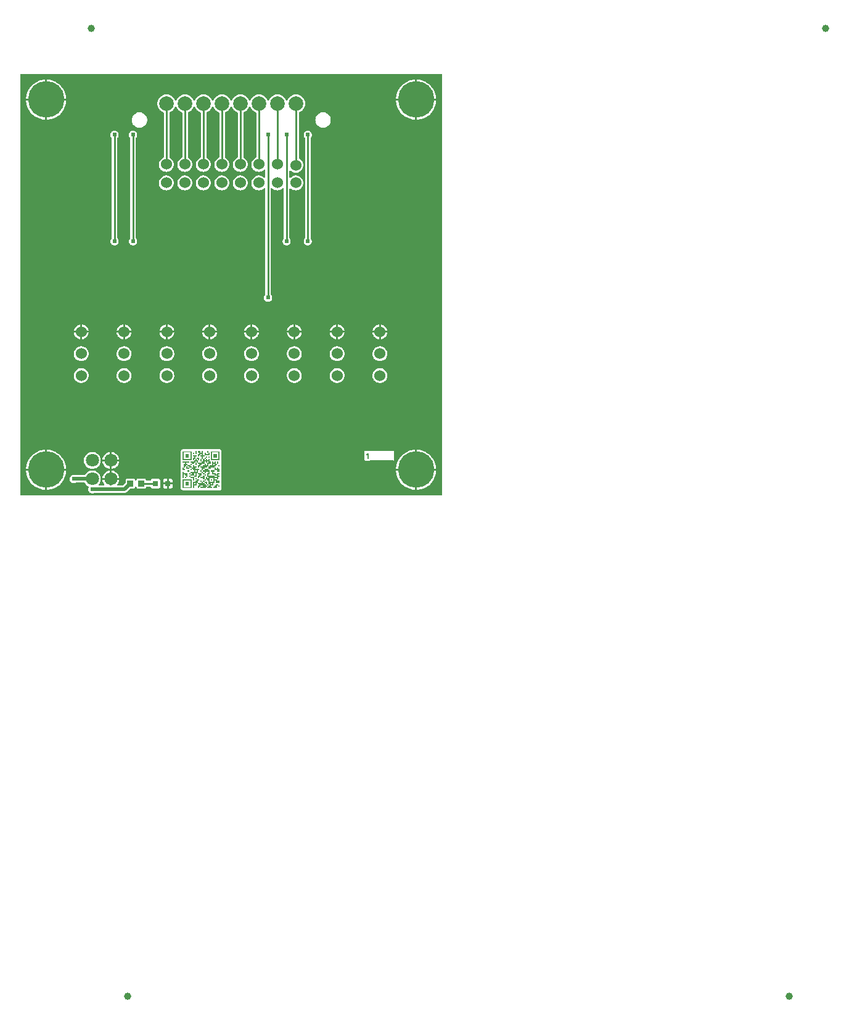
<source format=gtl>
G04 Layer: TopLayer*
G04 Panelize: Stamp Hole, Column: 2, Row: 2, Board Size: 58.42mm x 58.42mm, Panelized Board Size: 120.84mm x 120.84mm*
G04 EasyEDA v6.5.34, 2023-08-03 19:46:35*
G04 af00140a598446819584b723e16838dc,5a6b42c53f6a479593ecc07194224c93,10*
G04 Gerber Generator version 0.2*
G04 Scale: 100 percent, Rotated: No, Reflected: No *
G04 Dimensions in millimeters *
G04 leading zeros omitted , absolute positions ,4 integer and 5 decimal *
%FSLAX45Y45*%
%MOMM*%

%AMMACRO1*21,1,$1,$2,0,0,$3*%
%ADD10C,0.1524*%
%ADD11C,0.5000*%
%ADD12C,0.2540*%
%ADD13MACRO1,0.864X0.8065X-90.0000*%
%ADD14R,0.8000X0.8000*%
%ADD15C,1.0000*%
%ADD16C,5.0000*%
%ADD17C,1.5240*%
%ADD18C,2.0000*%
%ADD19C,1.8000*%
%ADD20C,0.6096*%
%ADD21C,0.0196*%

%LPD*%
G36*
X36068Y25908D02*
G01*
X32156Y26670D01*
X28905Y28905D01*
X26670Y32156D01*
X25908Y36068D01*
X25908Y5805932D01*
X26670Y5809792D01*
X28905Y5813094D01*
X32156Y5815330D01*
X36068Y5816092D01*
X5805932Y5815584D01*
X5809843Y5814822D01*
X5813094Y5812637D01*
X5815330Y5809335D01*
X5816092Y5805424D01*
X5816092Y36068D01*
X5815330Y32156D01*
X5813094Y28905D01*
X5809843Y26670D01*
X5805932Y25908D01*
X5166360Y25908D01*
X5162448Y26670D01*
X5159146Y28905D01*
X5156962Y32156D01*
X5156200Y36068D01*
X5155438Y32156D01*
X5153202Y28905D01*
X5149900Y26670D01*
X5146040Y25908D01*
X2791460Y25908D01*
X2787548Y26670D01*
X2784246Y28905D01*
X2782062Y32156D01*
X2781300Y36068D01*
X2780538Y32156D01*
X2778302Y28905D01*
X2775000Y26670D01*
X2771140Y25908D01*
G37*

%LPC*%
G36*
X393700Y5473700D02*
G01*
X656590Y5473700D01*
X654710Y5495594D01*
X650849Y5518353D01*
X645109Y5540756D01*
X637540Y5562549D01*
X628142Y5583682D01*
X617016Y5603900D01*
X604215Y5623153D01*
X589838Y5641289D01*
X574040Y5658104D01*
X556869Y5673598D01*
X538480Y5687568D01*
X518972Y5699912D01*
X498500Y5710631D01*
X477164Y5719572D01*
X455218Y5726734D01*
X432714Y5732018D01*
X409854Y5735370D01*
X393700Y5736386D01*
G37*
G36*
X5473700Y5473700D02*
G01*
X5736590Y5473700D01*
X5734710Y5495594D01*
X5730849Y5518353D01*
X5725109Y5540756D01*
X5717540Y5562549D01*
X5708142Y5583682D01*
X5697016Y5603900D01*
X5684215Y5623153D01*
X5669838Y5641289D01*
X5654040Y5658104D01*
X5636869Y5673598D01*
X5618480Y5687568D01*
X5598972Y5699912D01*
X5578500Y5710631D01*
X5557164Y5719572D01*
X5535218Y5726734D01*
X5512714Y5732018D01*
X5489854Y5735370D01*
X5473700Y5736386D01*
G37*
G36*
X1016000Y57962D02*
G01*
X1025804Y58826D01*
X1035253Y61366D01*
X1037590Y62433D01*
X1041908Y63398D01*
X1456486Y63398D01*
X1461109Y63601D01*
X1465529Y64160D01*
X1469847Y65125D01*
X1474114Y66446D01*
X1478178Y68173D01*
X1482140Y70205D01*
X1485900Y72593D01*
X1489405Y75285D01*
X1492859Y78435D01*
X1532788Y118414D01*
X1536090Y120599D01*
X1540002Y121412D01*
X1577340Y121412D01*
X1583639Y122123D01*
X1589125Y124002D01*
X1594002Y127101D01*
X1598117Y131165D01*
X1601165Y136093D01*
X1603298Y142138D01*
X1605432Y145694D01*
X1608836Y148132D01*
X1612900Y148945D01*
X1616964Y148132D01*
X1620367Y145694D01*
X1622501Y142138D01*
X1624634Y136093D01*
X1627682Y131165D01*
X1631797Y127101D01*
X1636674Y124002D01*
X1642160Y122123D01*
X1648460Y121412D01*
X1727962Y121412D01*
X1734312Y122123D01*
X1739747Y124002D01*
X1744675Y127101D01*
X1748739Y131165D01*
X1751838Y136093D01*
X1753768Y141528D01*
X1754987Y146405D01*
X1757222Y149301D01*
X1760372Y151231D01*
X1763979Y151892D01*
X1808530Y151892D01*
X1812594Y151028D01*
X1815947Y148640D01*
X1818081Y145084D01*
X1820113Y139293D01*
X1823212Y134366D01*
X1827275Y130302D01*
X1832203Y127203D01*
X1837639Y125323D01*
X1843989Y124612D01*
X1922830Y124612D01*
X1929180Y125323D01*
X1934616Y127203D01*
X1939543Y130302D01*
X1943607Y134366D01*
X1946706Y139293D01*
X1948586Y144729D01*
X1949297Y151079D01*
X1949297Y229920D01*
X1948586Y236270D01*
X1946706Y241706D01*
X1943607Y246634D01*
X1939543Y250698D01*
X1934616Y253796D01*
X1929180Y255676D01*
X1922830Y256387D01*
X1843989Y256387D01*
X1837639Y255676D01*
X1832203Y253796D01*
X1827275Y250698D01*
X1823212Y246634D01*
X1820113Y241706D01*
X1818081Y235915D01*
X1815947Y232359D01*
X1812594Y229971D01*
X1808530Y229108D01*
X1763979Y229108D01*
X1760372Y229768D01*
X1757222Y231698D01*
X1754987Y234594D01*
X1753768Y239471D01*
X1751838Y244906D01*
X1748739Y249834D01*
X1744675Y253898D01*
X1739747Y256997D01*
X1734312Y258876D01*
X1727962Y259588D01*
X1648460Y259588D01*
X1642160Y258876D01*
X1636674Y256997D01*
X1631797Y253898D01*
X1627682Y249834D01*
X1624634Y244906D01*
X1622501Y238861D01*
X1620367Y235305D01*
X1616964Y232867D01*
X1612900Y232054D01*
X1608836Y232867D01*
X1605432Y235305D01*
X1603298Y238861D01*
X1601165Y244906D01*
X1598117Y249834D01*
X1594002Y253898D01*
X1589125Y256997D01*
X1583639Y258876D01*
X1577340Y259588D01*
X1497838Y259588D01*
X1491488Y258876D01*
X1486052Y256997D01*
X1481124Y253898D01*
X1477060Y249834D01*
X1473962Y244906D01*
X1472082Y239471D01*
X1471371Y233121D01*
X1471371Y205181D01*
X1470558Y201269D01*
X1468374Y197967D01*
X1438605Y168198D01*
X1435303Y165963D01*
X1431391Y165201D01*
X1368247Y165201D01*
X1364488Y165912D01*
X1361287Y167944D01*
X1359052Y171043D01*
X1358087Y174752D01*
X1358595Y178511D01*
X1360424Y181864D01*
X1363776Y185877D01*
X1371549Y198170D01*
X1377746Y211328D01*
X1382268Y225196D01*
X1384960Y239471D01*
X1385112Y241300D01*
X1282700Y241300D01*
X1282700Y175361D01*
X1281938Y171500D01*
X1279702Y168198D01*
X1276451Y165963D01*
X1272540Y165201D01*
X1267460Y165201D01*
X1263548Y165963D01*
X1260297Y168198D01*
X1258062Y171500D01*
X1257300Y175361D01*
X1257300Y241300D01*
X1154887Y241300D01*
X1155039Y239471D01*
X1157732Y225196D01*
X1162253Y211328D01*
X1168450Y198170D01*
X1176223Y185877D01*
X1179576Y181864D01*
X1181404Y178511D01*
X1181912Y174752D01*
X1180947Y171043D01*
X1178712Y167944D01*
X1175512Y165912D01*
X1171752Y165201D01*
X1114247Y165201D01*
X1110488Y165912D01*
X1107287Y167944D01*
X1105052Y171043D01*
X1104087Y174752D01*
X1104595Y178511D01*
X1106424Y181864D01*
X1109776Y185877D01*
X1117549Y198170D01*
X1123746Y211328D01*
X1128268Y225196D01*
X1130960Y239471D01*
X1131874Y254000D01*
X1130960Y268528D01*
X1128268Y282803D01*
X1123746Y296672D01*
X1117549Y309829D01*
X1109776Y322122D01*
X1100480Y333349D01*
X1089863Y343306D01*
X1078077Y351840D01*
X1065326Y358851D01*
X1051814Y364236D01*
X1037691Y367842D01*
X1023264Y369671D01*
X1008735Y369671D01*
X994308Y367842D01*
X980186Y364236D01*
X966673Y358851D01*
X953922Y351840D01*
X942136Y343306D01*
X931519Y333349D01*
X922223Y322122D01*
X914298Y309626D01*
X912063Y307086D01*
X909066Y305460D01*
X905713Y304901D01*
X787908Y304901D01*
X783590Y305866D01*
X781253Y306933D01*
X771804Y309473D01*
X762000Y310337D01*
X752195Y309473D01*
X742746Y306933D01*
X733806Y302818D01*
X725779Y297180D01*
X718820Y290220D01*
X713181Y282194D01*
X709066Y273253D01*
X706526Y263804D01*
X705662Y254000D01*
X706526Y244195D01*
X709066Y234746D01*
X713181Y225806D01*
X718820Y217779D01*
X725779Y210820D01*
X733806Y205181D01*
X742746Y201066D01*
X752195Y198526D01*
X762000Y197662D01*
X771804Y198526D01*
X781253Y201066D01*
X783590Y202133D01*
X787908Y203098D01*
X905713Y203098D01*
X909066Y202539D01*
X912063Y200914D01*
X914298Y198374D01*
X922223Y185877D01*
X931519Y174650D01*
X942136Y164693D01*
X953922Y156159D01*
X961237Y152146D01*
X964184Y149707D01*
X966012Y146354D01*
X966469Y142595D01*
X965555Y138938D01*
X963066Y133553D01*
X960526Y124104D01*
X959662Y114300D01*
X960526Y104495D01*
X963066Y95046D01*
X967181Y86106D01*
X972819Y78079D01*
X979779Y71120D01*
X987806Y65481D01*
X996746Y61366D01*
X1006195Y58826D01*
G37*
G36*
X2781300Y91541D02*
G01*
X2781300Y102108D01*
X2782062Y105968D01*
X2784246Y109270D01*
X2785872Y110896D01*
X2788920Y115773D01*
X2790850Y121208D01*
X2791561Y127558D01*
X2791561Y634441D01*
X2790850Y640740D01*
X2788920Y646226D01*
X2785872Y651103D01*
X2781757Y655218D01*
X2776880Y658266D01*
X2771394Y660196D01*
X2765094Y660908D01*
X2258212Y660908D01*
X2251913Y660196D01*
X2246426Y658266D01*
X2241550Y655218D01*
X2237435Y651103D01*
X2234387Y646226D01*
X2232456Y640740D01*
X2231745Y634441D01*
X2231745Y127558D01*
X2232456Y121208D01*
X2234387Y115773D01*
X2237435Y110896D01*
X2241550Y106781D01*
X2246426Y103682D01*
X2251913Y101803D01*
X2258212Y101092D01*
X2765094Y101092D01*
X2770022Y101650D01*
X2774238Y101193D01*
X2777896Y99110D01*
X2780385Y95707D01*
G37*
G36*
X105664Y5473700D02*
G01*
X368300Y5473700D01*
X368300Y5736437D01*
X363677Y5736336D01*
X340715Y5733948D01*
X318008Y5729630D01*
X295757Y5723382D01*
X274066Y5715355D01*
X253187Y5705500D01*
X233171Y5693968D01*
X214172Y5680760D01*
X196392Y5666028D01*
X179882Y5649874D01*
X164795Y5632348D01*
X151180Y5613704D01*
X139242Y5593892D01*
X128981Y5573217D01*
X120446Y5551728D01*
X113792Y5529630D01*
X108966Y5507024D01*
X106070Y5484063D01*
G37*
G36*
X5448300Y105562D02*
G01*
X5448300Y368300D01*
X5185664Y368300D01*
X5186070Y357936D01*
X5188966Y334975D01*
X5193792Y312369D01*
X5200446Y290271D01*
X5208981Y268782D01*
X5219242Y248107D01*
X5231180Y228295D01*
X5244795Y209600D01*
X5259882Y192125D01*
X5276392Y175971D01*
X5294172Y161239D01*
X5313172Y148031D01*
X5333187Y136499D01*
X5354066Y126644D01*
X5375757Y118618D01*
X5398008Y112369D01*
X5420715Y108051D01*
X5443677Y105664D01*
G37*
G36*
X368300Y105562D02*
G01*
X368300Y368300D01*
X105664Y368300D01*
X106070Y357936D01*
X108966Y334975D01*
X113792Y312369D01*
X120446Y290271D01*
X128981Y268782D01*
X139242Y248107D01*
X151180Y228295D01*
X164795Y209600D01*
X179882Y192125D01*
X196392Y175971D01*
X214172Y161239D01*
X233171Y148031D01*
X253187Y136499D01*
X274066Y126644D01*
X295757Y118618D01*
X318008Y112369D01*
X340715Y108051D01*
X363677Y105664D01*
G37*
G36*
X5473700Y105613D02*
G01*
X5489854Y106629D01*
X5512714Y109982D01*
X5535218Y115265D01*
X5557164Y122428D01*
X5578500Y131368D01*
X5598972Y142087D01*
X5618480Y154432D01*
X5636869Y168402D01*
X5654040Y183896D01*
X5669838Y200710D01*
X5684215Y218846D01*
X5697016Y238099D01*
X5708142Y258317D01*
X5717540Y279450D01*
X5725109Y301244D01*
X5730849Y323646D01*
X5734710Y346405D01*
X5736590Y368300D01*
X5473700Y368300D01*
G37*
G36*
X393700Y105613D02*
G01*
X409854Y106629D01*
X432714Y109982D01*
X455218Y115265D01*
X477164Y122428D01*
X498500Y131368D01*
X518972Y142087D01*
X538480Y154432D01*
X556869Y168402D01*
X574040Y183896D01*
X589838Y200710D01*
X604215Y218846D01*
X617016Y238099D01*
X628142Y258317D01*
X637540Y279450D01*
X645109Y301244D01*
X650849Y323646D01*
X654710Y346405D01*
X656590Y368300D01*
X393700Y368300D01*
G37*
G36*
X5185664Y5473700D02*
G01*
X5448300Y5473700D01*
X5448300Y5736437D01*
X5443677Y5736336D01*
X5420715Y5733948D01*
X5398008Y5729630D01*
X5375757Y5723382D01*
X5354066Y5715355D01*
X5333187Y5705500D01*
X5313172Y5693968D01*
X5294172Y5680760D01*
X5276392Y5666028D01*
X5259882Y5649874D01*
X5244795Y5632348D01*
X5231180Y5613704D01*
X5219242Y5593892D01*
X5208981Y5573217D01*
X5200446Y5551728D01*
X5193792Y5529630D01*
X5188966Y5507024D01*
X5186070Y5484063D01*
G37*
G36*
X2014169Y124612D02*
G01*
X2040889Y124612D01*
X2040889Y177800D01*
X1987702Y177800D01*
X1987702Y151079D01*
X1988413Y144729D01*
X1990293Y139293D01*
X1993392Y134366D01*
X1997456Y130302D01*
X2002383Y127203D01*
X2007819Y125323D01*
G37*
G36*
X2066289Y124612D02*
G01*
X2093010Y124612D01*
X2099360Y125323D01*
X2104796Y127203D01*
X2109724Y130302D01*
X2113788Y134366D01*
X2116886Y139293D01*
X2118766Y144729D01*
X2119477Y151079D01*
X2119477Y177800D01*
X2066289Y177800D01*
G37*
G36*
X393700Y5185613D02*
G01*
X409854Y5186629D01*
X432714Y5189982D01*
X455218Y5195265D01*
X477164Y5202428D01*
X498500Y5211368D01*
X518972Y5222087D01*
X538480Y5234432D01*
X556869Y5248402D01*
X574040Y5263896D01*
X589838Y5280710D01*
X604215Y5298846D01*
X617016Y5318099D01*
X628142Y5338318D01*
X637540Y5359450D01*
X645109Y5381244D01*
X650849Y5403646D01*
X654710Y5426405D01*
X656590Y5448300D01*
X393700Y5448300D01*
G37*
G36*
X5473700Y5185613D02*
G01*
X5489854Y5186629D01*
X5512714Y5189982D01*
X5535218Y5195265D01*
X5557164Y5202428D01*
X5578500Y5211368D01*
X5598972Y5222087D01*
X5618480Y5234432D01*
X5636869Y5248402D01*
X5654040Y5263896D01*
X5669838Y5280710D01*
X5684215Y5298846D01*
X5697016Y5318099D01*
X5708142Y5338318D01*
X5717540Y5359450D01*
X5725109Y5381244D01*
X5730849Y5403646D01*
X5734710Y5426405D01*
X5736590Y5448300D01*
X5473700Y5448300D01*
G37*
G36*
X368300Y5185562D02*
G01*
X368300Y5448300D01*
X105664Y5448300D01*
X106070Y5437936D01*
X108966Y5414975D01*
X113792Y5392369D01*
X120446Y5370271D01*
X128981Y5348782D01*
X139242Y5328107D01*
X151180Y5308295D01*
X164795Y5289600D01*
X179882Y5272125D01*
X196392Y5255971D01*
X214172Y5241239D01*
X233171Y5228031D01*
X253187Y5216499D01*
X274066Y5206644D01*
X295757Y5198618D01*
X318008Y5192369D01*
X340715Y5188051D01*
X363677Y5185664D01*
G37*
G36*
X5448300Y5185562D02*
G01*
X5448300Y5448300D01*
X5185664Y5448300D01*
X5186070Y5437936D01*
X5188966Y5414975D01*
X5193792Y5392369D01*
X5200446Y5370271D01*
X5208981Y5348782D01*
X5219242Y5328107D01*
X5231180Y5308295D01*
X5244795Y5289600D01*
X5259882Y5272125D01*
X5276392Y5255971D01*
X5294172Y5241239D01*
X5313172Y5228031D01*
X5333187Y5216499D01*
X5354066Y5206644D01*
X5375757Y5198618D01*
X5398008Y5192369D01*
X5420715Y5188051D01*
X5443677Y5185664D01*
G37*
G36*
X4184396Y5075732D02*
G01*
X4198213Y5076596D01*
X4211777Y5079339D01*
X4224934Y5083759D01*
X4237329Y5089906D01*
X4248861Y5097576D01*
X4259275Y5106720D01*
X4268419Y5117134D01*
X4276090Y5128666D01*
X4282236Y5141061D01*
X4286656Y5154218D01*
X4289399Y5167782D01*
X4290263Y5181600D01*
X4289399Y5195417D01*
X4286656Y5208981D01*
X4282236Y5222138D01*
X4276090Y5234533D01*
X4268419Y5246065D01*
X4259275Y5256479D01*
X4248861Y5265623D01*
X4237329Y5273294D01*
X4224934Y5279440D01*
X4211777Y5283860D01*
X4198213Y5286603D01*
X4184396Y5287467D01*
X4170578Y5286603D01*
X4157014Y5283860D01*
X4143857Y5279440D01*
X4131462Y5273294D01*
X4119930Y5265623D01*
X4109516Y5256479D01*
X4100372Y5246065D01*
X4092701Y5234533D01*
X4086555Y5222138D01*
X4082135Y5208981D01*
X4079392Y5195417D01*
X4078528Y5181600D01*
X4079392Y5167782D01*
X4082135Y5154218D01*
X4086555Y5141061D01*
X4092701Y5128666D01*
X4100372Y5117134D01*
X4109516Y5106720D01*
X4119930Y5097576D01*
X4131462Y5089906D01*
X4143857Y5083759D01*
X4157014Y5079339D01*
X4170578Y5076596D01*
G37*
G36*
X2066289Y203200D02*
G01*
X2119477Y203200D01*
X2119477Y229920D01*
X2118766Y236270D01*
X2116886Y241706D01*
X2113788Y246634D01*
X2109724Y250698D01*
X2104796Y253796D01*
X2099360Y255676D01*
X2093010Y256387D01*
X2066289Y256387D01*
G37*
G36*
X1987702Y203200D02*
G01*
X2040889Y203200D01*
X2040889Y256387D01*
X2014169Y256387D01*
X2007819Y255676D01*
X2002383Y253796D01*
X1997456Y250698D01*
X1993392Y246634D01*
X1990293Y241706D01*
X1988413Y236270D01*
X1987702Y229920D01*
G37*
G36*
X1663192Y5075732D02*
G01*
X1677009Y5076596D01*
X1690573Y5079339D01*
X1703730Y5083759D01*
X1716125Y5089906D01*
X1727657Y5097576D01*
X1738071Y5106720D01*
X1747215Y5117134D01*
X1754886Y5128666D01*
X1761032Y5141061D01*
X1765452Y5154218D01*
X1768195Y5167782D01*
X1769059Y5181600D01*
X1768195Y5195417D01*
X1765452Y5208981D01*
X1761032Y5222138D01*
X1754886Y5234533D01*
X1747215Y5246065D01*
X1738071Y5256479D01*
X1727657Y5265623D01*
X1716125Y5273294D01*
X1703730Y5279440D01*
X1690573Y5283860D01*
X1677009Y5286603D01*
X1663192Y5287467D01*
X1649374Y5286603D01*
X1635810Y5283860D01*
X1622653Y5279440D01*
X1610258Y5273294D01*
X1598726Y5265623D01*
X1588312Y5256479D01*
X1579168Y5246065D01*
X1571498Y5234533D01*
X1565351Y5222138D01*
X1560931Y5208981D01*
X1558188Y5195417D01*
X1557324Y5181600D01*
X1558188Y5167782D01*
X1560931Y5154218D01*
X1565351Y5141061D01*
X1571498Y5128666D01*
X1579168Y5117134D01*
X1588312Y5106720D01*
X1598726Y5097576D01*
X1610258Y5089906D01*
X1622653Y5083759D01*
X1635810Y5079339D01*
X1649374Y5076596D01*
G37*
G36*
X2032000Y4215942D02*
G01*
X2045614Y4216806D01*
X2058974Y4219549D01*
X2071827Y4224020D01*
X2084019Y4230166D01*
X2095246Y4237888D01*
X2105355Y4247032D01*
X2114194Y4257446D01*
X2121509Y4268927D01*
X2127250Y4281322D01*
X2131314Y4294327D01*
X2133549Y4307789D01*
X2134006Y4321403D01*
X2132634Y4334967D01*
X2129485Y4348226D01*
X2124608Y4360976D01*
X2118055Y4372914D01*
X2109927Y4383938D01*
X2100478Y4393692D01*
X2089759Y4402175D01*
X2078024Y4409135D01*
X2065477Y4414418D01*
X2052320Y4418025D01*
X2038807Y4419854D01*
X2025192Y4419854D01*
X2011680Y4418025D01*
X1998522Y4414418D01*
X1985975Y4409135D01*
X1974240Y4402175D01*
X1963521Y4393692D01*
X1954022Y4383938D01*
X1945944Y4372914D01*
X1939391Y4360976D01*
X1934514Y4348226D01*
X1931314Y4334967D01*
X1929942Y4321403D01*
X1930400Y4307789D01*
X1932686Y4294327D01*
X1936750Y4281322D01*
X1942490Y4268927D01*
X1949805Y4257446D01*
X1958593Y4247032D01*
X1968703Y4237888D01*
X1979980Y4230166D01*
X1992122Y4224020D01*
X2005025Y4219549D01*
X2018385Y4216806D01*
G37*
G36*
X1154887Y266700D02*
G01*
X1257300Y266700D01*
X1257300Y368960D01*
X1248308Y367842D01*
X1234186Y364236D01*
X1220673Y358851D01*
X1207922Y351840D01*
X1196136Y343306D01*
X1185519Y333349D01*
X1176223Y322122D01*
X1168450Y309829D01*
X1162253Y296672D01*
X1157732Y282803D01*
X1155039Y268528D01*
G37*
G36*
X1282700Y266700D02*
G01*
X1385112Y266700D01*
X1384960Y268528D01*
X1382268Y282803D01*
X1377746Y296672D01*
X1371549Y309829D01*
X1363776Y322122D01*
X1354480Y333349D01*
X1343863Y343306D01*
X1332077Y351840D01*
X1319326Y358851D01*
X1305814Y364236D01*
X1291691Y367842D01*
X1282700Y368960D01*
G37*
G36*
X2540000Y4215942D02*
G01*
X2553614Y4216806D01*
X2566974Y4219549D01*
X2579827Y4224020D01*
X2592019Y4230166D01*
X2603246Y4237888D01*
X2613355Y4247032D01*
X2622194Y4257446D01*
X2629509Y4268927D01*
X2635250Y4281322D01*
X2639314Y4294327D01*
X2641549Y4307789D01*
X2642006Y4321403D01*
X2640634Y4334967D01*
X2637485Y4348226D01*
X2632608Y4360976D01*
X2626055Y4372914D01*
X2617927Y4383938D01*
X2608478Y4393692D01*
X2597759Y4402175D01*
X2586024Y4409135D01*
X2573477Y4414418D01*
X2560320Y4418025D01*
X2546807Y4419854D01*
X2533192Y4419854D01*
X2519680Y4418025D01*
X2506522Y4414418D01*
X2493975Y4409135D01*
X2482240Y4402175D01*
X2471521Y4393692D01*
X2462022Y4383938D01*
X2453944Y4372914D01*
X2447391Y4360976D01*
X2442514Y4348226D01*
X2439314Y4334967D01*
X2437942Y4321403D01*
X2438400Y4307789D01*
X2440686Y4294327D01*
X2444750Y4281322D01*
X2450490Y4268927D01*
X2457805Y4257446D01*
X2466594Y4247032D01*
X2476703Y4237888D01*
X2487980Y4230166D01*
X2500122Y4224020D01*
X2513025Y4219549D01*
X2526385Y4216806D01*
G37*
G36*
X1008735Y392328D02*
G01*
X1023264Y392328D01*
X1037691Y394157D01*
X1051814Y397764D01*
X1065326Y403148D01*
X1078077Y410159D01*
X1089863Y418693D01*
X1100480Y428650D01*
X1109776Y439877D01*
X1117549Y452170D01*
X1123746Y465328D01*
X1128268Y479196D01*
X1130960Y493471D01*
X1131874Y508000D01*
X1130960Y522528D01*
X1128268Y536803D01*
X1123746Y550672D01*
X1117549Y563829D01*
X1109776Y576122D01*
X1100480Y587349D01*
X1089863Y597306D01*
X1078077Y605840D01*
X1065326Y612851D01*
X1051814Y618236D01*
X1037691Y621842D01*
X1023264Y623671D01*
X1008735Y623671D01*
X994308Y621842D01*
X980186Y618236D01*
X966673Y612851D01*
X953922Y605840D01*
X942136Y597306D01*
X931519Y587349D01*
X922223Y576122D01*
X914450Y563829D01*
X908253Y550672D01*
X903732Y536803D01*
X901039Y522528D01*
X900125Y508000D01*
X901039Y493471D01*
X903732Y479196D01*
X908253Y465328D01*
X914450Y452170D01*
X922223Y439877D01*
X931519Y428650D01*
X942136Y418693D01*
X953922Y410159D01*
X966673Y403148D01*
X980186Y397764D01*
X994308Y394157D01*
G37*
G36*
X1257300Y393039D02*
G01*
X1257300Y495300D01*
X1154887Y495300D01*
X1155039Y493471D01*
X1157732Y479196D01*
X1162253Y465328D01*
X1168450Y452170D01*
X1176223Y439877D01*
X1185519Y428650D01*
X1196136Y418693D01*
X1207922Y410159D01*
X1220673Y403148D01*
X1234186Y397764D01*
X1248308Y394157D01*
G37*
G36*
X1282700Y393039D02*
G01*
X1291691Y394157D01*
X1305814Y397764D01*
X1319326Y403148D01*
X1332077Y410159D01*
X1343863Y418693D01*
X1354480Y428650D01*
X1363776Y439877D01*
X1371549Y452170D01*
X1377746Y465328D01*
X1382268Y479196D01*
X1384960Y493471D01*
X1385112Y495300D01*
X1282700Y495300D01*
G37*
G36*
X5185664Y393700D02*
G01*
X5448300Y393700D01*
X5448300Y656437D01*
X5443677Y656336D01*
X5420715Y653948D01*
X5398008Y649630D01*
X5375757Y643382D01*
X5354066Y635355D01*
X5333187Y625500D01*
X5313172Y613968D01*
X5294172Y600760D01*
X5276392Y586028D01*
X5259882Y569874D01*
X5244795Y552348D01*
X5231180Y533704D01*
X5219242Y513892D01*
X5208981Y493217D01*
X5200446Y471728D01*
X5193792Y449630D01*
X5188966Y427024D01*
X5186070Y404063D01*
G37*
G36*
X105664Y393700D02*
G01*
X368300Y393700D01*
X368300Y656437D01*
X363677Y656336D01*
X340715Y653948D01*
X318008Y649630D01*
X295757Y643382D01*
X274066Y635355D01*
X253187Y625500D01*
X233171Y613968D01*
X214172Y600760D01*
X196392Y586028D01*
X179882Y569874D01*
X164795Y552348D01*
X151180Y533704D01*
X139242Y513892D01*
X128981Y493217D01*
X120446Y471728D01*
X113792Y449630D01*
X108966Y427024D01*
X106070Y404063D01*
G37*
G36*
X5473700Y393700D02*
G01*
X5736590Y393700D01*
X5734710Y415594D01*
X5730849Y438353D01*
X5725109Y460756D01*
X5717540Y482549D01*
X5708142Y503682D01*
X5697016Y523900D01*
X5684215Y543153D01*
X5669838Y561289D01*
X5654040Y578104D01*
X5636869Y593598D01*
X5618480Y607568D01*
X5598972Y619912D01*
X5578500Y630631D01*
X5557164Y639572D01*
X5535218Y646734D01*
X5512714Y652018D01*
X5489854Y655370D01*
X5473700Y656386D01*
G37*
G36*
X393700Y393700D02*
G01*
X656590Y393700D01*
X654710Y415594D01*
X650849Y438353D01*
X645109Y460756D01*
X637540Y482549D01*
X628142Y503682D01*
X617016Y523900D01*
X604215Y543153D01*
X589838Y561289D01*
X574040Y578104D01*
X556869Y593598D01*
X538480Y607568D01*
X518972Y619912D01*
X498500Y630631D01*
X477164Y639572D01*
X455218Y646734D01*
X432714Y652018D01*
X409854Y655370D01*
X393700Y656386D01*
G37*
G36*
X5156200Y497840D02*
G01*
X5156200Y633984D01*
X5155184Y635000D01*
X4824272Y635000D01*
X4820920Y635558D01*
X4817262Y636828D01*
X4810963Y637540D01*
X4780838Y637540D01*
X4774539Y636828D01*
X4770882Y635558D01*
X4767529Y635000D01*
X4750816Y635000D01*
X4749800Y633984D01*
X4749800Y509016D01*
X4750816Y508000D01*
X4763465Y508000D01*
X4766259Y507593D01*
X4769053Y506323D01*
X4774539Y504393D01*
X4780838Y503682D01*
X4810963Y503682D01*
X4817262Y504393D01*
X4825542Y507593D01*
X4828336Y508000D01*
X5146040Y508000D01*
X5149900Y507238D01*
X5153202Y505002D01*
X5155438Y501751D01*
G37*
G36*
X3048000Y4215942D02*
G01*
X3061614Y4216806D01*
X3074974Y4219549D01*
X3087827Y4224020D01*
X3100019Y4230166D01*
X3111246Y4237888D01*
X3121355Y4247032D01*
X3130194Y4257446D01*
X3137509Y4268927D01*
X3143250Y4281322D01*
X3147314Y4294327D01*
X3149549Y4307789D01*
X3150006Y4321403D01*
X3148634Y4334967D01*
X3145485Y4348226D01*
X3140608Y4360976D01*
X3134055Y4372914D01*
X3125927Y4383938D01*
X3116478Y4393692D01*
X3105759Y4402175D01*
X3094024Y4409135D01*
X3081477Y4414418D01*
X3068320Y4418025D01*
X3054807Y4419854D01*
X3041192Y4419854D01*
X3027680Y4418025D01*
X3014522Y4414418D01*
X3001975Y4409135D01*
X2990240Y4402175D01*
X2979521Y4393692D01*
X2970022Y4383938D01*
X2961944Y4372914D01*
X2955391Y4360976D01*
X2950514Y4348226D01*
X2947314Y4334967D01*
X2945942Y4321403D01*
X2946400Y4307789D01*
X2948686Y4294327D01*
X2952750Y4281322D01*
X2958490Y4268927D01*
X2965805Y4257446D01*
X2974594Y4247032D01*
X2984703Y4237888D01*
X2995980Y4230166D01*
X3008122Y4224020D01*
X3021025Y4219549D01*
X3034385Y4216806D01*
G37*
G36*
X1154887Y520700D02*
G01*
X1257300Y520700D01*
X1257300Y622960D01*
X1248308Y621842D01*
X1234186Y618236D01*
X1220673Y612851D01*
X1207922Y605840D01*
X1196136Y597306D01*
X1185519Y587349D01*
X1176223Y576122D01*
X1168450Y563829D01*
X1162253Y550672D01*
X1157732Y536803D01*
X1155039Y522528D01*
G37*
G36*
X1282700Y520700D02*
G01*
X1385112Y520700D01*
X1384960Y522528D01*
X1382268Y536803D01*
X1377746Y550672D01*
X1371549Y563829D01*
X1363776Y576122D01*
X1354480Y587349D01*
X1343863Y597306D01*
X1332077Y605840D01*
X1319326Y612851D01*
X1305814Y618236D01*
X1291691Y621842D01*
X1282700Y622960D01*
G37*
G36*
X2626664Y1571244D02*
G01*
X2640279Y1572158D01*
X2653639Y1574901D01*
X2666542Y1579372D01*
X2678684Y1585518D01*
X2689961Y1593240D01*
X2700070Y1602384D01*
X2708859Y1612798D01*
X2716174Y1624279D01*
X2721914Y1636623D01*
X2725978Y1649679D01*
X2728264Y1663141D01*
X2728722Y1676755D01*
X2727350Y1690319D01*
X2724150Y1703578D01*
X2719273Y1716328D01*
X2712720Y1728266D01*
X2704642Y1739239D01*
X2695143Y1749043D01*
X2684424Y1757476D01*
X2672689Y1764436D01*
X2660142Y1769770D01*
X2646984Y1773377D01*
X2633472Y1775206D01*
X2619857Y1775206D01*
X2606344Y1773377D01*
X2593187Y1769770D01*
X2580640Y1764436D01*
X2568905Y1757476D01*
X2558186Y1749043D01*
X2548737Y1739239D01*
X2540609Y1728266D01*
X2534056Y1716328D01*
X2529179Y1703578D01*
X2526030Y1690319D01*
X2524658Y1676755D01*
X2525115Y1663141D01*
X2527350Y1649679D01*
X2531414Y1636623D01*
X2537155Y1624279D01*
X2544470Y1612798D01*
X2553309Y1602384D01*
X2563418Y1593240D01*
X2574645Y1585518D01*
X2586837Y1579372D01*
X2599690Y1574901D01*
X2613050Y1572158D01*
G37*
G36*
X2038959Y1571244D02*
G01*
X2052574Y1572158D01*
X2065934Y1574901D01*
X2078837Y1579372D01*
X2090978Y1585518D01*
X2102256Y1593240D01*
X2112365Y1602384D01*
X2121154Y1612798D01*
X2128520Y1624279D01*
X2134260Y1636623D01*
X2138273Y1649679D01*
X2140559Y1663141D01*
X2141016Y1676755D01*
X2139645Y1690319D01*
X2136495Y1703578D01*
X2131568Y1716328D01*
X2125014Y1728266D01*
X2116937Y1739239D01*
X2107438Y1749043D01*
X2096770Y1757527D01*
X2085035Y1764436D01*
X2072436Y1769770D01*
X2059330Y1773377D01*
X2045766Y1775206D01*
X2032152Y1775206D01*
X2018639Y1773377D01*
X2005482Y1769770D01*
X1992934Y1764436D01*
X1981200Y1757527D01*
X1970481Y1749043D01*
X1961032Y1739239D01*
X1952904Y1728266D01*
X1946351Y1716328D01*
X1941474Y1703578D01*
X1938324Y1690319D01*
X1936953Y1676755D01*
X1937410Y1663141D01*
X1939645Y1649679D01*
X1943709Y1636623D01*
X1949450Y1624279D01*
X1956765Y1612798D01*
X1965604Y1602384D01*
X1975713Y1593240D01*
X1986940Y1585518D01*
X1999132Y1579372D01*
X2011984Y1574901D01*
X2025345Y1572158D01*
G37*
G36*
X3789375Y1571244D02*
G01*
X3802989Y1572158D01*
X3816350Y1574901D01*
X3829202Y1579372D01*
X3841394Y1585518D01*
X3852621Y1593240D01*
X3862730Y1602384D01*
X3871569Y1612798D01*
X3878884Y1624279D01*
X3884625Y1636623D01*
X3888689Y1649679D01*
X3890924Y1663141D01*
X3891381Y1676755D01*
X3890010Y1690319D01*
X3886860Y1703578D01*
X3881983Y1716328D01*
X3875430Y1728266D01*
X3867302Y1739239D01*
X3857853Y1749043D01*
X3847134Y1757527D01*
X3835400Y1764436D01*
X3822852Y1769770D01*
X3809695Y1773377D01*
X3796182Y1775206D01*
X3782568Y1775206D01*
X3769055Y1773377D01*
X3755898Y1769770D01*
X3743299Y1764436D01*
X3731564Y1757527D01*
X3720896Y1749043D01*
X3711397Y1739239D01*
X3703320Y1728266D01*
X3696766Y1716328D01*
X3691839Y1703578D01*
X3688689Y1690319D01*
X3687318Y1676755D01*
X3687775Y1663141D01*
X3690061Y1649679D01*
X3694125Y1636623D01*
X3699865Y1624279D01*
X3707180Y1612798D01*
X3715969Y1602384D01*
X3726078Y1593240D01*
X3737356Y1585518D01*
X3749497Y1579372D01*
X3762400Y1574901D01*
X3775760Y1572158D01*
G37*
G36*
X3201670Y1571244D02*
G01*
X3215284Y1572158D01*
X3228644Y1574901D01*
X3241497Y1579372D01*
X3253689Y1585518D01*
X3264915Y1593240D01*
X3275025Y1602384D01*
X3283864Y1612798D01*
X3291179Y1624279D01*
X3296920Y1636623D01*
X3300984Y1649679D01*
X3303219Y1663141D01*
X3303676Y1676755D01*
X3302355Y1690319D01*
X3299155Y1703578D01*
X3294278Y1716328D01*
X3287725Y1728266D01*
X3279648Y1739239D01*
X3270148Y1749043D01*
X3259429Y1757527D01*
X3247694Y1764436D01*
X3235147Y1769770D01*
X3221990Y1773377D01*
X3208477Y1775206D01*
X3194862Y1775206D01*
X3181350Y1773377D01*
X3168192Y1769770D01*
X3155645Y1764436D01*
X3143910Y1757527D01*
X3133191Y1749043D01*
X3123692Y1739239D01*
X3115614Y1728266D01*
X3109061Y1716328D01*
X3104184Y1703578D01*
X3100984Y1690319D01*
X3099663Y1676755D01*
X3100070Y1663141D01*
X3102356Y1649679D01*
X3106420Y1636623D01*
X3112160Y1624279D01*
X3119475Y1612798D01*
X3128264Y1602384D01*
X3138424Y1593240D01*
X3149650Y1585518D01*
X3161792Y1579372D01*
X3174695Y1574901D01*
X3188055Y1572158D01*
G37*
G36*
X4377080Y1571244D02*
G01*
X4390644Y1572158D01*
X4404055Y1574901D01*
X4416907Y1579372D01*
X4429099Y1585518D01*
X4440326Y1593240D01*
X4450435Y1602384D01*
X4459224Y1612798D01*
X4466590Y1624279D01*
X4472330Y1636623D01*
X4476343Y1649679D01*
X4478629Y1663141D01*
X4479086Y1676755D01*
X4477715Y1690319D01*
X4474565Y1703578D01*
X4469638Y1716328D01*
X4463084Y1728266D01*
X4455007Y1739239D01*
X4445558Y1749043D01*
X4434840Y1757527D01*
X4423105Y1764436D01*
X4410557Y1769770D01*
X4397400Y1773377D01*
X4383887Y1775206D01*
X4370222Y1775206D01*
X4356709Y1773377D01*
X4343552Y1769770D01*
X4331004Y1764436D01*
X4319270Y1757527D01*
X4308602Y1749043D01*
X4299102Y1739239D01*
X4291025Y1728266D01*
X4284472Y1716328D01*
X4279544Y1703578D01*
X4276394Y1690319D01*
X4275023Y1676755D01*
X4275480Y1663141D01*
X4277766Y1649679D01*
X4281779Y1636623D01*
X4287520Y1624279D01*
X4294886Y1612798D01*
X4303674Y1602384D01*
X4313783Y1593240D01*
X4325061Y1585518D01*
X4337202Y1579372D01*
X4350105Y1574901D01*
X4363466Y1572158D01*
G37*
G36*
X4964785Y1571244D02*
G01*
X4978349Y1572158D01*
X4991709Y1574901D01*
X5004612Y1579372D01*
X5016804Y1585518D01*
X5028031Y1593240D01*
X5038140Y1602384D01*
X5046929Y1612798D01*
X5054295Y1624279D01*
X5060035Y1636623D01*
X5064048Y1649679D01*
X5066334Y1663141D01*
X5066792Y1676755D01*
X5065420Y1690319D01*
X5062270Y1703578D01*
X5057343Y1716328D01*
X5050790Y1728266D01*
X5042712Y1739239D01*
X5033213Y1749043D01*
X5022545Y1757527D01*
X5010810Y1764436D01*
X4998262Y1769770D01*
X4985105Y1773377D01*
X4971592Y1775206D01*
X4957927Y1775206D01*
X4944414Y1773377D01*
X4931257Y1769770D01*
X4918710Y1764436D01*
X4906975Y1757527D01*
X4896307Y1749043D01*
X4886807Y1739239D01*
X4878730Y1728266D01*
X4872177Y1716328D01*
X4867249Y1703578D01*
X4864100Y1690319D01*
X4862728Y1676755D01*
X4863185Y1663141D01*
X4865471Y1649679D01*
X4869484Y1636623D01*
X4875225Y1624279D01*
X4882591Y1612798D01*
X4891379Y1602384D01*
X4901488Y1593240D01*
X4912715Y1585518D01*
X4924907Y1579372D01*
X4937810Y1574901D01*
X4951171Y1572158D01*
G37*
G36*
X863600Y1571244D02*
G01*
X877163Y1572158D01*
X890524Y1574901D01*
X903427Y1579372D01*
X915619Y1585518D01*
X926846Y1593240D01*
X936955Y1602384D01*
X945743Y1612798D01*
X953109Y1624279D01*
X958850Y1636623D01*
X962863Y1649679D01*
X965149Y1663141D01*
X965606Y1676755D01*
X964234Y1690319D01*
X961085Y1703578D01*
X956157Y1716328D01*
X949604Y1728266D01*
X941527Y1739239D01*
X932078Y1749043D01*
X921359Y1757527D01*
X909624Y1764436D01*
X897077Y1769770D01*
X883919Y1773377D01*
X870407Y1775206D01*
X856742Y1775206D01*
X843229Y1773377D01*
X830071Y1769770D01*
X817524Y1764436D01*
X805789Y1757527D01*
X795121Y1749043D01*
X785622Y1739239D01*
X777544Y1728266D01*
X770991Y1716328D01*
X766064Y1703578D01*
X762914Y1690319D01*
X761542Y1676755D01*
X762000Y1663141D01*
X764286Y1649679D01*
X768299Y1636623D01*
X774039Y1624279D01*
X781405Y1612798D01*
X790194Y1602384D01*
X800303Y1593240D01*
X811530Y1585518D01*
X823721Y1579372D01*
X836625Y1574901D01*
X849985Y1572158D01*
G37*
G36*
X1451254Y1571244D02*
G01*
X1464868Y1572158D01*
X1478229Y1574901D01*
X1491132Y1579372D01*
X1503324Y1585518D01*
X1514551Y1593240D01*
X1524660Y1602384D01*
X1533448Y1612798D01*
X1540814Y1624279D01*
X1546555Y1636623D01*
X1550568Y1649679D01*
X1552854Y1663141D01*
X1553311Y1676755D01*
X1551940Y1690319D01*
X1548790Y1703578D01*
X1543862Y1716328D01*
X1537309Y1728266D01*
X1529232Y1739239D01*
X1519732Y1749043D01*
X1509064Y1757527D01*
X1497330Y1764436D01*
X1484782Y1769770D01*
X1471625Y1773377D01*
X1458112Y1775206D01*
X1444447Y1775206D01*
X1430934Y1773377D01*
X1417777Y1769770D01*
X1405229Y1764436D01*
X1393494Y1757527D01*
X1382776Y1749043D01*
X1373327Y1739239D01*
X1365250Y1728266D01*
X1358696Y1716328D01*
X1353769Y1703578D01*
X1350619Y1690319D01*
X1349248Y1676755D01*
X1349705Y1663141D01*
X1351991Y1649679D01*
X1356004Y1636623D01*
X1361744Y1624279D01*
X1369110Y1612798D01*
X1377899Y1602384D01*
X1388008Y1593240D01*
X1399235Y1585518D01*
X1411427Y1579372D01*
X1424279Y1574901D01*
X1437690Y1572158D01*
G37*
G36*
X2626664Y1871268D02*
G01*
X2640279Y1872183D01*
X2653639Y1874875D01*
X2666542Y1879346D01*
X2678684Y1885492D01*
X2689961Y1893214D01*
X2700070Y1902358D01*
X2708859Y1912772D01*
X2716174Y1924253D01*
X2721914Y1936648D01*
X2725978Y1949653D01*
X2728264Y1963115D01*
X2728722Y1976729D01*
X2727350Y1990293D01*
X2724150Y2003602D01*
X2719273Y2016302D01*
X2712720Y2028291D01*
X2704642Y2039264D01*
X2695143Y2049068D01*
X2684424Y2057501D01*
X2672689Y2064461D01*
X2660142Y2069795D01*
X2646984Y2073351D01*
X2633472Y2075180D01*
X2619857Y2075180D01*
X2606344Y2073351D01*
X2593187Y2069795D01*
X2580640Y2064461D01*
X2568905Y2057501D01*
X2558186Y2049068D01*
X2548737Y2039264D01*
X2540609Y2028291D01*
X2534056Y2016302D01*
X2529179Y2003602D01*
X2526030Y1990293D01*
X2524658Y1976729D01*
X2525115Y1963115D01*
X2527350Y1949653D01*
X2531414Y1936648D01*
X2537155Y1924253D01*
X2544470Y1912772D01*
X2553309Y1902358D01*
X2563418Y1893214D01*
X2574645Y1885492D01*
X2586837Y1879346D01*
X2599690Y1874875D01*
X2613050Y1872183D01*
G37*
G36*
X3201670Y1871268D02*
G01*
X3215284Y1872183D01*
X3228644Y1874875D01*
X3241497Y1879346D01*
X3253689Y1885492D01*
X3264915Y1893214D01*
X3275025Y1902358D01*
X3283864Y1912772D01*
X3291179Y1924253D01*
X3296920Y1936648D01*
X3300984Y1949653D01*
X3303219Y1963115D01*
X3303676Y1976729D01*
X3302355Y1990293D01*
X3299155Y2003602D01*
X3294278Y2016302D01*
X3287725Y2028291D01*
X3279648Y2039264D01*
X3270148Y2049068D01*
X3259429Y2057501D01*
X3247694Y2064461D01*
X3235147Y2069795D01*
X3221990Y2073402D01*
X3208477Y2075180D01*
X3194862Y2075180D01*
X3181350Y2073402D01*
X3168192Y2069795D01*
X3155645Y2064461D01*
X3143910Y2057501D01*
X3133191Y2049068D01*
X3123692Y2039264D01*
X3115614Y2028291D01*
X3109061Y2016302D01*
X3104184Y2003602D01*
X3100984Y1990293D01*
X3099663Y1976729D01*
X3100070Y1963115D01*
X3102356Y1949653D01*
X3106420Y1936648D01*
X3112160Y1924253D01*
X3119475Y1912772D01*
X3128264Y1902358D01*
X3138424Y1893214D01*
X3149650Y1885492D01*
X3161792Y1879346D01*
X3174695Y1874875D01*
X3188055Y1872183D01*
G37*
G36*
X3789375Y1871268D02*
G01*
X3802989Y1872183D01*
X3816350Y1874875D01*
X3829202Y1879346D01*
X3841394Y1885492D01*
X3852621Y1893214D01*
X3862730Y1902358D01*
X3871569Y1912772D01*
X3878884Y1924253D01*
X3884625Y1936648D01*
X3888689Y1949653D01*
X3890924Y1963115D01*
X3891381Y1976729D01*
X3890010Y1990293D01*
X3886860Y2003602D01*
X3881983Y2016302D01*
X3875430Y2028291D01*
X3867302Y2039264D01*
X3857853Y2049068D01*
X3847134Y2057501D01*
X3835400Y2064461D01*
X3822852Y2069795D01*
X3809695Y2073402D01*
X3796182Y2075180D01*
X3782568Y2075180D01*
X3769055Y2073402D01*
X3755898Y2069795D01*
X3743299Y2064461D01*
X3731564Y2057501D01*
X3720896Y2049068D01*
X3711397Y2039264D01*
X3703320Y2028291D01*
X3696766Y2016302D01*
X3691839Y2003602D01*
X3688689Y1990293D01*
X3687318Y1976729D01*
X3687775Y1963115D01*
X3690061Y1949653D01*
X3694125Y1936648D01*
X3699865Y1924253D01*
X3707180Y1912772D01*
X3715969Y1902358D01*
X3726078Y1893214D01*
X3737356Y1885492D01*
X3749497Y1879346D01*
X3762400Y1874875D01*
X3775760Y1872183D01*
G37*
G36*
X2038959Y1871268D02*
G01*
X2052574Y1872183D01*
X2065934Y1874875D01*
X2078837Y1879346D01*
X2090978Y1885492D01*
X2102256Y1893214D01*
X2112365Y1902358D01*
X2121154Y1912772D01*
X2128520Y1924253D01*
X2134260Y1936648D01*
X2138273Y1949653D01*
X2140559Y1963115D01*
X2141016Y1976729D01*
X2139645Y1990293D01*
X2136495Y2003602D01*
X2131568Y2016302D01*
X2125014Y2028291D01*
X2116937Y2039264D01*
X2107438Y2049068D01*
X2096770Y2057501D01*
X2085035Y2064461D01*
X2072436Y2069795D01*
X2059330Y2073402D01*
X2045766Y2075180D01*
X2032152Y2075180D01*
X2018639Y2073402D01*
X2005482Y2069795D01*
X1992934Y2064461D01*
X1981200Y2057501D01*
X1970481Y2049068D01*
X1961032Y2039264D01*
X1952904Y2028291D01*
X1946351Y2016302D01*
X1941474Y2003602D01*
X1938324Y1990293D01*
X1936953Y1976729D01*
X1937410Y1963115D01*
X1939645Y1949653D01*
X1943709Y1936648D01*
X1949450Y1924253D01*
X1956765Y1912772D01*
X1965604Y1902358D01*
X1975713Y1893214D01*
X1986940Y1885492D01*
X1999132Y1879346D01*
X2011984Y1874875D01*
X2025345Y1872183D01*
G37*
G36*
X4377080Y1871268D02*
G01*
X4390644Y1872183D01*
X4404055Y1874875D01*
X4416907Y1879346D01*
X4429099Y1885492D01*
X4440326Y1893214D01*
X4450435Y1902358D01*
X4459224Y1912772D01*
X4466590Y1924253D01*
X4472330Y1936648D01*
X4476343Y1949653D01*
X4478629Y1963115D01*
X4479086Y1976729D01*
X4477715Y1990293D01*
X4474565Y2003602D01*
X4469638Y2016302D01*
X4463084Y2028291D01*
X4455007Y2039264D01*
X4445558Y2049068D01*
X4434840Y2057501D01*
X4423105Y2064461D01*
X4410557Y2069795D01*
X4397400Y2073402D01*
X4383887Y2075180D01*
X4370222Y2075180D01*
X4356709Y2073402D01*
X4343552Y2069795D01*
X4331004Y2064461D01*
X4319270Y2057501D01*
X4308602Y2049068D01*
X4299102Y2039264D01*
X4291025Y2028291D01*
X4284472Y2016302D01*
X4279544Y2003602D01*
X4276394Y1990293D01*
X4275023Y1976729D01*
X4275480Y1963115D01*
X4277766Y1949653D01*
X4281779Y1936648D01*
X4287520Y1924253D01*
X4294886Y1912772D01*
X4303674Y1902358D01*
X4313783Y1893214D01*
X4325061Y1885492D01*
X4337202Y1879346D01*
X4350105Y1874875D01*
X4363466Y1872183D01*
G37*
G36*
X4964785Y1871268D02*
G01*
X4978349Y1872183D01*
X4991709Y1874875D01*
X5004612Y1879346D01*
X5016804Y1885492D01*
X5028031Y1893214D01*
X5038140Y1902358D01*
X5046929Y1912772D01*
X5054295Y1924253D01*
X5060035Y1936648D01*
X5064048Y1949653D01*
X5066334Y1963115D01*
X5066792Y1976729D01*
X5065420Y1990293D01*
X5062270Y2003602D01*
X5057343Y2016302D01*
X5050790Y2028291D01*
X5042712Y2039264D01*
X5033213Y2049068D01*
X5022545Y2057501D01*
X5010810Y2064461D01*
X4998262Y2069795D01*
X4985105Y2073402D01*
X4971592Y2075180D01*
X4957927Y2075180D01*
X4944414Y2073402D01*
X4931257Y2069795D01*
X4918710Y2064461D01*
X4906975Y2057501D01*
X4896307Y2049068D01*
X4886807Y2039264D01*
X4878730Y2028291D01*
X4872177Y2016302D01*
X4867249Y2003602D01*
X4864100Y1990293D01*
X4862728Y1976729D01*
X4863185Y1963115D01*
X4865471Y1949653D01*
X4869484Y1936648D01*
X4875225Y1924253D01*
X4882591Y1912772D01*
X4891379Y1902358D01*
X4901488Y1893214D01*
X4912715Y1885492D01*
X4924907Y1879346D01*
X4937810Y1874875D01*
X4951171Y1872183D01*
G37*
G36*
X1451254Y1871268D02*
G01*
X1464868Y1872183D01*
X1478229Y1874875D01*
X1491132Y1879346D01*
X1503324Y1885492D01*
X1514551Y1893214D01*
X1524660Y1902358D01*
X1533448Y1912772D01*
X1540814Y1924253D01*
X1546555Y1936648D01*
X1550568Y1949653D01*
X1552854Y1963115D01*
X1553311Y1976729D01*
X1551940Y1990293D01*
X1548790Y2003602D01*
X1543862Y2016302D01*
X1537309Y2028291D01*
X1529232Y2039264D01*
X1519732Y2049068D01*
X1509064Y2057501D01*
X1497330Y2064461D01*
X1484782Y2069795D01*
X1471625Y2073402D01*
X1458112Y2075180D01*
X1444447Y2075180D01*
X1430934Y2073402D01*
X1417777Y2069795D01*
X1405229Y2064461D01*
X1393494Y2057501D01*
X1382776Y2049068D01*
X1373327Y2039264D01*
X1365250Y2028291D01*
X1358696Y2016302D01*
X1353769Y2003602D01*
X1350619Y1990293D01*
X1349248Y1976729D01*
X1349705Y1963115D01*
X1351991Y1949653D01*
X1356004Y1936648D01*
X1361744Y1924253D01*
X1369110Y1912772D01*
X1377899Y1902358D01*
X1388008Y1893214D01*
X1399235Y1885492D01*
X1411427Y1879346D01*
X1424279Y1874875D01*
X1437690Y1872183D01*
G37*
G36*
X863600Y1871268D02*
G01*
X877163Y1872183D01*
X890524Y1874875D01*
X903427Y1879346D01*
X915619Y1885492D01*
X926846Y1893214D01*
X936955Y1902358D01*
X945743Y1912772D01*
X953109Y1924253D01*
X958850Y1936648D01*
X962863Y1949653D01*
X965149Y1963115D01*
X965606Y1976729D01*
X964234Y1990293D01*
X961085Y2003602D01*
X956157Y2016302D01*
X949604Y2028291D01*
X941527Y2039264D01*
X932078Y2049068D01*
X921359Y2057501D01*
X909624Y2064461D01*
X897077Y2069795D01*
X883919Y2073402D01*
X870407Y2075180D01*
X856742Y2075180D01*
X843229Y2073402D01*
X830071Y2069795D01*
X817524Y2064461D01*
X805789Y2057501D01*
X795121Y2049068D01*
X785622Y2039264D01*
X777544Y2028291D01*
X770991Y2016302D01*
X766064Y2003602D01*
X762914Y1990293D01*
X761542Y1976729D01*
X762000Y1963115D01*
X764286Y1949653D01*
X768299Y1936648D01*
X774039Y1924253D01*
X781405Y1912772D01*
X790194Y1902358D01*
X800303Y1893214D01*
X811530Y1885492D01*
X823721Y1879346D01*
X836625Y1874875D01*
X849985Y1872183D01*
G37*
G36*
X3802075Y2172106D02*
G01*
X3816350Y2174900D01*
X3829202Y2179370D01*
X3841394Y2185517D01*
X3852621Y2193239D01*
X3862730Y2202383D01*
X3871569Y2212797D01*
X3878884Y2224278D01*
X3884625Y2236622D01*
X3888689Y2249678D01*
X3890518Y2260650D01*
X3802075Y2260650D01*
G37*
G36*
X2051659Y2172106D02*
G01*
X2065934Y2174900D01*
X2078837Y2179370D01*
X2090978Y2185517D01*
X2102256Y2193239D01*
X2112365Y2202383D01*
X2121154Y2212797D01*
X2128520Y2224278D01*
X2134260Y2236622D01*
X2138273Y2249678D01*
X2140102Y2260650D01*
X2051659Y2260650D01*
G37*
G36*
X1438554Y2172106D02*
G01*
X1438554Y2260650D01*
X1350111Y2260650D01*
X1351991Y2249678D01*
X1356004Y2236622D01*
X1361744Y2224278D01*
X1369110Y2212797D01*
X1377899Y2202383D01*
X1388008Y2193239D01*
X1399235Y2185517D01*
X1411427Y2179370D01*
X1424279Y2174900D01*
G37*
G36*
X4389780Y2172106D02*
G01*
X4404055Y2174900D01*
X4416907Y2179370D01*
X4429099Y2185517D01*
X4440326Y2193239D01*
X4450435Y2202383D01*
X4459274Y2212797D01*
X4466590Y2224278D01*
X4472330Y2236622D01*
X4476394Y2249678D01*
X4478223Y2260650D01*
X4389780Y2260650D01*
G37*
G36*
X876300Y2172106D02*
G01*
X890524Y2174900D01*
X903427Y2179370D01*
X915619Y2185517D01*
X926846Y2193239D01*
X936955Y2202383D01*
X945743Y2212797D01*
X953109Y2224278D01*
X958850Y2236622D01*
X962863Y2249678D01*
X964742Y2260650D01*
X876300Y2260650D01*
G37*
G36*
X3214370Y2172106D02*
G01*
X3228644Y2174900D01*
X3241497Y2179370D01*
X3253689Y2185517D01*
X3264915Y2193239D01*
X3275025Y2202383D01*
X3283864Y2212797D01*
X3291179Y2224278D01*
X3296920Y2236622D01*
X3300984Y2249678D01*
X3302812Y2260650D01*
X3214370Y2260650D01*
G37*
G36*
X4977485Y2172106D02*
G01*
X4991709Y2174900D01*
X5004612Y2179370D01*
X5016804Y2185517D01*
X5028031Y2193239D01*
X5038140Y2202383D01*
X5046929Y2212797D01*
X5054295Y2224278D01*
X5060035Y2236622D01*
X5064048Y2249678D01*
X5065928Y2260650D01*
X4977485Y2260650D01*
G37*
G36*
X1463954Y2172106D02*
G01*
X1478229Y2174900D01*
X1491132Y2179370D01*
X1503324Y2185517D01*
X1514551Y2193239D01*
X1524660Y2202383D01*
X1533448Y2212797D01*
X1540814Y2224278D01*
X1546555Y2236622D01*
X1550568Y2249678D01*
X1552448Y2260650D01*
X1463954Y2260650D01*
G37*
G36*
X850900Y2172106D02*
G01*
X850900Y2260650D01*
X762406Y2260650D01*
X764286Y2249678D01*
X768299Y2236622D01*
X774039Y2224278D01*
X781405Y2212797D01*
X790194Y2202383D01*
X800303Y2193239D01*
X811530Y2185517D01*
X823721Y2179370D01*
X836625Y2174900D01*
G37*
G36*
X2794000Y4215942D02*
G01*
X2807614Y4216806D01*
X2820974Y4219549D01*
X2833827Y4224020D01*
X2846019Y4230166D01*
X2857246Y4237888D01*
X2867355Y4247032D01*
X2876194Y4257446D01*
X2883509Y4268927D01*
X2889250Y4281322D01*
X2893314Y4294327D01*
X2895549Y4307789D01*
X2896006Y4321403D01*
X2894634Y4334967D01*
X2891485Y4348226D01*
X2886608Y4360976D01*
X2880055Y4372914D01*
X2871927Y4383938D01*
X2862478Y4393692D01*
X2851759Y4402175D01*
X2840024Y4409135D01*
X2827477Y4414418D01*
X2814320Y4418025D01*
X2800807Y4419854D01*
X2787192Y4419854D01*
X2773680Y4418025D01*
X2760522Y4414418D01*
X2747975Y4409135D01*
X2736240Y4402175D01*
X2725521Y4393692D01*
X2716022Y4383938D01*
X2707944Y4372914D01*
X2701391Y4360976D01*
X2696514Y4348226D01*
X2693314Y4334967D01*
X2691942Y4321403D01*
X2692400Y4307789D01*
X2694686Y4294327D01*
X2698750Y4281322D01*
X2704490Y4268927D01*
X2711805Y4257446D01*
X2720594Y4247032D01*
X2730703Y4237888D01*
X2741980Y4230166D01*
X2754122Y4224020D01*
X2767025Y4219549D01*
X2780385Y4216806D01*
G37*
G36*
X3776675Y2172106D02*
G01*
X3776675Y2260650D01*
X3688232Y2260650D01*
X3690061Y2249678D01*
X3694125Y2236622D01*
X3699865Y2224278D01*
X3707180Y2212797D01*
X3715969Y2202383D01*
X3726078Y2193239D01*
X3737356Y2185517D01*
X3749497Y2179370D01*
X3762400Y2174900D01*
G37*
G36*
X2026259Y2172106D02*
G01*
X2026259Y2260650D01*
X1937816Y2260650D01*
X1939645Y2249678D01*
X1943709Y2236622D01*
X1949450Y2224278D01*
X1956765Y2212797D01*
X1965604Y2202383D01*
X1975713Y2193239D01*
X1986940Y2185517D01*
X1999132Y2179370D01*
X2011984Y2174900D01*
G37*
G36*
X3188970Y2172106D02*
G01*
X3188970Y2260650D01*
X3100527Y2260650D01*
X3102356Y2249678D01*
X3106420Y2236622D01*
X3112160Y2224278D01*
X3119475Y2212797D01*
X3128264Y2202383D01*
X3138424Y2193239D01*
X3149650Y2185517D01*
X3161792Y2179370D01*
X3174695Y2174900D01*
G37*
G36*
X2639364Y2172106D02*
G01*
X2653639Y2174900D01*
X2666542Y2179370D01*
X2678684Y2185517D01*
X2689961Y2193239D01*
X2700070Y2202383D01*
X2708859Y2212797D01*
X2716174Y2224278D01*
X2721914Y2236622D01*
X2725978Y2249678D01*
X2727807Y2260650D01*
X2639364Y2260650D01*
G37*
G36*
X4952085Y2172106D02*
G01*
X4952085Y2260650D01*
X4863592Y2260650D01*
X4865471Y2249678D01*
X4869484Y2236622D01*
X4875225Y2224278D01*
X4882591Y2212797D01*
X4891379Y2202383D01*
X4901488Y2193239D01*
X4912715Y2185517D01*
X4924907Y2179370D01*
X4937810Y2174900D01*
G37*
G36*
X2613964Y2172106D02*
G01*
X2613964Y2260650D01*
X2525522Y2260650D01*
X2527350Y2249678D01*
X2531414Y2236622D01*
X2537155Y2224278D01*
X2544470Y2212797D01*
X2553309Y2202383D01*
X2563418Y2193239D01*
X2574645Y2185517D01*
X2586837Y2179370D01*
X2599690Y2174900D01*
G37*
G36*
X3802075Y2286050D02*
G01*
X3890467Y2286050D01*
X3890010Y2290318D01*
X3886860Y2303576D01*
X3881983Y2316327D01*
X3875430Y2328265D01*
X3867302Y2339238D01*
X3857853Y2349042D01*
X3847134Y2357526D01*
X3835400Y2364435D01*
X3822852Y2369769D01*
X3809695Y2373376D01*
X3802075Y2374392D01*
G37*
G36*
X3214370Y2286050D02*
G01*
X3302762Y2286050D01*
X3302355Y2290318D01*
X3299155Y2303576D01*
X3294278Y2316327D01*
X3287725Y2328265D01*
X3279648Y2339238D01*
X3270148Y2349042D01*
X3259429Y2357526D01*
X3247694Y2364435D01*
X3235147Y2369769D01*
X3221990Y2373376D01*
X3214370Y2374392D01*
G37*
G36*
X2051659Y2286050D02*
G01*
X2140051Y2286050D01*
X2139645Y2290318D01*
X2136495Y2303576D01*
X2131568Y2316327D01*
X2125014Y2328265D01*
X2116937Y2339238D01*
X2107438Y2349042D01*
X2096770Y2357526D01*
X2085035Y2364435D01*
X2072436Y2369769D01*
X2059330Y2373376D01*
X2051659Y2374392D01*
G37*
G36*
X4389780Y2286050D02*
G01*
X4478172Y2286050D01*
X4477715Y2290318D01*
X4474565Y2303576D01*
X4469688Y2316327D01*
X4463135Y2328265D01*
X4455007Y2339238D01*
X4445558Y2349042D01*
X4434840Y2357526D01*
X4423105Y2364435D01*
X4410557Y2369769D01*
X4397400Y2373376D01*
X4389780Y2374392D01*
G37*
G36*
X4977485Y2286050D02*
G01*
X5065877Y2286050D01*
X5065420Y2290318D01*
X5062270Y2303576D01*
X5057343Y2316327D01*
X5050790Y2328265D01*
X5042712Y2339238D01*
X5033264Y2349042D01*
X5022545Y2357526D01*
X5010810Y2364435D01*
X4998262Y2369769D01*
X4985105Y2373376D01*
X4977485Y2374392D01*
G37*
G36*
X2639364Y2286050D02*
G01*
X2727756Y2286050D01*
X2727350Y2290318D01*
X2724150Y2303576D01*
X2719273Y2316327D01*
X2712720Y2328265D01*
X2704642Y2339238D01*
X2695143Y2349042D01*
X2684424Y2357475D01*
X2672689Y2364435D01*
X2660142Y2369769D01*
X2646984Y2373376D01*
X2639364Y2374392D01*
G37*
G36*
X1937867Y2286050D02*
G01*
X2026259Y2286050D01*
X2026259Y2374392D01*
X2018639Y2373376D01*
X2005482Y2369769D01*
X1992934Y2364435D01*
X1981200Y2357526D01*
X1970481Y2349042D01*
X1961032Y2339238D01*
X1952904Y2328265D01*
X1946351Y2316327D01*
X1941474Y2303576D01*
X1938324Y2290318D01*
G37*
G36*
X876300Y2286050D02*
G01*
X964692Y2286050D01*
X964234Y2290318D01*
X961085Y2303576D01*
X956157Y2316327D01*
X949604Y2328265D01*
X941527Y2339238D01*
X932078Y2349042D01*
X921359Y2357526D01*
X909624Y2364435D01*
X897077Y2369769D01*
X883919Y2373376D01*
X876300Y2374392D01*
G37*
G36*
X1463954Y2286050D02*
G01*
X1552346Y2286050D01*
X1551940Y2290318D01*
X1548790Y2303576D01*
X1543862Y2316327D01*
X1537309Y2328265D01*
X1529232Y2339238D01*
X1519732Y2349042D01*
X1509064Y2357526D01*
X1497330Y2364435D01*
X1484782Y2369769D01*
X1471625Y2373376D01*
X1463954Y2374392D01*
G37*
G36*
X1350162Y2286050D02*
G01*
X1438554Y2286050D01*
X1438554Y2374392D01*
X1430934Y2373376D01*
X1417777Y2369769D01*
X1405229Y2364435D01*
X1393494Y2357526D01*
X1382776Y2349042D01*
X1373327Y2339238D01*
X1365250Y2328265D01*
X1358696Y2316327D01*
X1353769Y2303576D01*
X1350619Y2290318D01*
G37*
G36*
X762508Y2286050D02*
G01*
X850900Y2286050D01*
X850900Y2374392D01*
X843229Y2373376D01*
X830071Y2369769D01*
X817524Y2364435D01*
X805789Y2357526D01*
X795121Y2349042D01*
X785622Y2339238D01*
X777544Y2328265D01*
X770991Y2316327D01*
X766064Y2303576D01*
X762914Y2290318D01*
G37*
G36*
X3688283Y2286050D02*
G01*
X3776675Y2286050D01*
X3776675Y2374392D01*
X3769055Y2373376D01*
X3755898Y2369769D01*
X3743350Y2364435D01*
X3731615Y2357526D01*
X3720896Y2349042D01*
X3711397Y2339238D01*
X3703320Y2328265D01*
X3696766Y2316327D01*
X3691890Y2303576D01*
X3688689Y2290318D01*
G37*
G36*
X2525572Y2286050D02*
G01*
X2613964Y2286050D01*
X2613964Y2374392D01*
X2606344Y2373376D01*
X2593187Y2369769D01*
X2580640Y2364435D01*
X2568905Y2357475D01*
X2558186Y2349042D01*
X2548737Y2339238D01*
X2540609Y2328265D01*
X2534056Y2316327D01*
X2529179Y2303576D01*
X2526030Y2290318D01*
G37*
G36*
X3100578Y2286050D02*
G01*
X3188970Y2286050D01*
X3188970Y2374392D01*
X3181350Y2373376D01*
X3168192Y2369769D01*
X3155645Y2364435D01*
X3143910Y2357526D01*
X3133191Y2349042D01*
X3123692Y2339238D01*
X3115614Y2328265D01*
X3109061Y2316327D01*
X3104184Y2303576D01*
X3100984Y2290318D01*
G37*
G36*
X4863693Y2286050D02*
G01*
X4952085Y2286050D01*
X4952085Y2374392D01*
X4944414Y2373376D01*
X4931257Y2369769D01*
X4918710Y2364435D01*
X4906975Y2357526D01*
X4896307Y2349042D01*
X4886807Y2339238D01*
X4878730Y2328265D01*
X4872177Y2316327D01*
X4867249Y2303576D01*
X4864100Y2290318D01*
G37*
G36*
X4275988Y2286050D02*
G01*
X4364380Y2286050D01*
X4364380Y2374392D01*
X4356709Y2373376D01*
X4343603Y2369769D01*
X4331004Y2364435D01*
X4319270Y2357526D01*
X4308602Y2349042D01*
X4299102Y2339238D01*
X4291025Y2328265D01*
X4284472Y2316327D01*
X4279544Y2303576D01*
X4276394Y2290318D01*
G37*
G36*
X3429000Y2686862D02*
G01*
X3438804Y2687726D01*
X3448253Y2690266D01*
X3457194Y2694381D01*
X3465220Y2700020D01*
X3472179Y2706979D01*
X3477818Y2715006D01*
X3481933Y2723946D01*
X3484473Y2733395D01*
X3485337Y2743200D01*
X3484473Y2753004D01*
X3481933Y2762453D01*
X3477818Y2771394D01*
X3472179Y2779420D01*
X3470605Y2780995D01*
X3468370Y2784297D01*
X3467608Y2788208D01*
X3467608Y4237736D01*
X3468370Y4241546D01*
X3470452Y4244797D01*
X3473653Y4246981D01*
X3477412Y4247896D01*
X3481273Y4247235D01*
X3484575Y4245254D01*
X3492703Y4237888D01*
X3503980Y4230166D01*
X3516122Y4224020D01*
X3529025Y4219549D01*
X3542385Y4216806D01*
X3556000Y4215942D01*
X3569614Y4216806D01*
X3582974Y4219549D01*
X3595827Y4224020D01*
X3608019Y4230166D01*
X3619246Y4237888D01*
X3627577Y4245406D01*
X3630879Y4247388D01*
X3634740Y4247997D01*
X3638499Y4247134D01*
X3641699Y4244949D01*
X3643782Y4241698D01*
X3644544Y4237888D01*
X3644544Y3562858D01*
X3643782Y3558997D01*
X3641547Y3555695D01*
X3639972Y3554120D01*
X3634333Y3546094D01*
X3630218Y3537153D01*
X3627678Y3527704D01*
X3626815Y3517900D01*
X3627678Y3508095D01*
X3630218Y3498646D01*
X3634333Y3489706D01*
X3639972Y3481679D01*
X3646932Y3474720D01*
X3654958Y3469081D01*
X3663899Y3464966D01*
X3673348Y3462426D01*
X3683152Y3461562D01*
X3692956Y3462426D01*
X3702405Y3464966D01*
X3711346Y3469081D01*
X3719372Y3474720D01*
X3726332Y3481679D01*
X3731971Y3489706D01*
X3736086Y3498646D01*
X3738626Y3508095D01*
X3739489Y3517900D01*
X3738626Y3527704D01*
X3736086Y3537153D01*
X3731971Y3546094D01*
X3726332Y3554120D01*
X3724706Y3555695D01*
X3722522Y3558997D01*
X3721760Y3562908D01*
X3721760Y4237583D01*
X3722471Y4241393D01*
X3724605Y4244644D01*
X3727805Y4246880D01*
X3731564Y4247743D01*
X3735425Y4247134D01*
X3738727Y4245102D01*
X3746703Y4237888D01*
X3757980Y4230166D01*
X3770122Y4224020D01*
X3783025Y4219549D01*
X3796385Y4216806D01*
X3810000Y4215942D01*
X3823614Y4216806D01*
X3836974Y4219549D01*
X3849827Y4224020D01*
X3862019Y4230166D01*
X3873246Y4237888D01*
X3883355Y4247032D01*
X3892194Y4257446D01*
X3899509Y4268927D01*
X3905250Y4281322D01*
X3909314Y4294327D01*
X3911549Y4307789D01*
X3912006Y4321403D01*
X3910634Y4334967D01*
X3907485Y4348226D01*
X3902608Y4360976D01*
X3896055Y4372914D01*
X3887927Y4383938D01*
X3878478Y4393692D01*
X3867759Y4402175D01*
X3856024Y4409135D01*
X3843477Y4414418D01*
X3830320Y4418025D01*
X3816807Y4419854D01*
X3803192Y4419854D01*
X3789679Y4418025D01*
X3776522Y4414418D01*
X3763975Y4409135D01*
X3752240Y4402175D01*
X3741521Y4393692D01*
X3739235Y4391355D01*
X3735933Y4389069D01*
X3732022Y4388256D01*
X3728110Y4388967D01*
X3724757Y4391202D01*
X3722522Y4394504D01*
X3721760Y4398416D01*
X3721760Y4478883D01*
X3722471Y4482693D01*
X3724605Y4485944D01*
X3727805Y4488180D01*
X3731564Y4489043D01*
X3735425Y4488434D01*
X3738727Y4486402D01*
X3746703Y4479188D01*
X3757980Y4471466D01*
X3770122Y4465320D01*
X3783025Y4460849D01*
X3796385Y4458106D01*
X3810000Y4457242D01*
X3823614Y4458106D01*
X3836974Y4460849D01*
X3849827Y4465320D01*
X3862019Y4471466D01*
X3873246Y4479188D01*
X3883355Y4488332D01*
X3892194Y4498746D01*
X3899509Y4510227D01*
X3905250Y4522622D01*
X3909314Y4535627D01*
X3911549Y4549089D01*
X3912006Y4562703D01*
X3910634Y4576267D01*
X3907485Y4589526D01*
X3902608Y4602276D01*
X3896055Y4614214D01*
X3887927Y4625238D01*
X3878478Y4634992D01*
X3867759Y4643475D01*
X3856380Y4650232D01*
X3853738Y4652467D01*
X3852011Y4655515D01*
X3851401Y4658969D01*
X3851401Y5279593D01*
X3852164Y5283403D01*
X3854246Y5286654D01*
X3857396Y5288889D01*
X3871315Y5295138D01*
X3884320Y5303012D01*
X3896258Y5312359D01*
X3907028Y5323128D01*
X3916375Y5335066D01*
X3924249Y5348071D01*
X3930497Y5361940D01*
X3935018Y5376468D01*
X3937762Y5391404D01*
X3938676Y5406593D01*
X3937762Y5421782D01*
X3935018Y5436717D01*
X3930497Y5451246D01*
X3924249Y5465114D01*
X3916375Y5478119D01*
X3907028Y5490057D01*
X3896258Y5500827D01*
X3884320Y5510174D01*
X3871315Y5518048D01*
X3857447Y5524296D01*
X3842918Y5528818D01*
X3827983Y5531561D01*
X3812794Y5532475D01*
X3797604Y5531561D01*
X3782669Y5528818D01*
X3768140Y5524296D01*
X3754272Y5518048D01*
X3741267Y5510174D01*
X3729329Y5500827D01*
X3718560Y5490057D01*
X3709212Y5478119D01*
X3701338Y5465114D01*
X3695039Y5451195D01*
X3692855Y5447995D01*
X3689604Y5445912D01*
X3685794Y5445201D01*
X3681984Y5445912D01*
X3678732Y5447995D01*
X3676548Y5451195D01*
X3670249Y5465114D01*
X3662375Y5478119D01*
X3653028Y5490057D01*
X3642258Y5500827D01*
X3630320Y5510174D01*
X3617315Y5518048D01*
X3603447Y5524296D01*
X3588918Y5528818D01*
X3573983Y5531561D01*
X3558794Y5532475D01*
X3543604Y5531561D01*
X3528669Y5528818D01*
X3514140Y5524296D01*
X3500272Y5518048D01*
X3487267Y5510174D01*
X3475329Y5500827D01*
X3464560Y5490057D01*
X3455212Y5478119D01*
X3447338Y5465114D01*
X3441039Y5451195D01*
X3438855Y5447995D01*
X3435604Y5445912D01*
X3431794Y5445201D01*
X3427984Y5445912D01*
X3424732Y5447995D01*
X3422548Y5451195D01*
X3416249Y5465114D01*
X3408375Y5478119D01*
X3399028Y5490057D01*
X3388258Y5500827D01*
X3376320Y5510174D01*
X3363315Y5518048D01*
X3349447Y5524296D01*
X3334918Y5528818D01*
X3319983Y5531561D01*
X3304794Y5532475D01*
X3289604Y5531561D01*
X3274669Y5528818D01*
X3260140Y5524296D01*
X3246272Y5518048D01*
X3233267Y5510174D01*
X3221329Y5500827D01*
X3210560Y5490057D01*
X3201212Y5478119D01*
X3193338Y5465114D01*
X3187039Y5451195D01*
X3184855Y5447995D01*
X3181604Y5445912D01*
X3177794Y5445201D01*
X3173984Y5445912D01*
X3170732Y5447995D01*
X3168548Y5451195D01*
X3162249Y5465114D01*
X3154375Y5478119D01*
X3145028Y5490057D01*
X3134258Y5500827D01*
X3122320Y5510174D01*
X3109315Y5518048D01*
X3095447Y5524296D01*
X3080918Y5528818D01*
X3065983Y5531561D01*
X3050794Y5532475D01*
X3035604Y5531561D01*
X3020669Y5528818D01*
X3006140Y5524296D01*
X2992272Y5518048D01*
X2979267Y5510174D01*
X2967329Y5500827D01*
X2956560Y5490057D01*
X2947212Y5478119D01*
X2939338Y5465114D01*
X2933039Y5451195D01*
X2930855Y5447995D01*
X2927604Y5445912D01*
X2923794Y5445201D01*
X2919984Y5445912D01*
X2916732Y5447995D01*
X2914548Y5451195D01*
X2908249Y5465114D01*
X2900375Y5478119D01*
X2891028Y5490057D01*
X2880258Y5500827D01*
X2868320Y5510174D01*
X2855315Y5518048D01*
X2841447Y5524296D01*
X2826918Y5528818D01*
X2811983Y5531561D01*
X2796794Y5532475D01*
X2781604Y5531561D01*
X2766669Y5528818D01*
X2752140Y5524296D01*
X2738272Y5518048D01*
X2725267Y5510174D01*
X2713329Y5500827D01*
X2702560Y5490057D01*
X2693212Y5478119D01*
X2685338Y5465114D01*
X2679039Y5451195D01*
X2676855Y5447995D01*
X2673604Y5445912D01*
X2669794Y5445201D01*
X2665984Y5445912D01*
X2662732Y5447995D01*
X2660548Y5451195D01*
X2654249Y5465114D01*
X2646375Y5478119D01*
X2637028Y5490057D01*
X2626258Y5500827D01*
X2614320Y5510174D01*
X2601315Y5518048D01*
X2587447Y5524296D01*
X2572918Y5528818D01*
X2557983Y5531561D01*
X2542794Y5532475D01*
X2527604Y5531561D01*
X2512669Y5528818D01*
X2498140Y5524296D01*
X2484272Y5518048D01*
X2471267Y5510174D01*
X2459329Y5500827D01*
X2448560Y5490057D01*
X2439212Y5478119D01*
X2431338Y5465114D01*
X2425039Y5451195D01*
X2422855Y5447995D01*
X2419604Y5445912D01*
X2415794Y5445201D01*
X2411984Y5445912D01*
X2408732Y5447995D01*
X2406548Y5451195D01*
X2400249Y5465114D01*
X2392375Y5478119D01*
X2383028Y5490057D01*
X2372258Y5500827D01*
X2360320Y5510174D01*
X2347315Y5518048D01*
X2333447Y5524296D01*
X2318918Y5528818D01*
X2303983Y5531561D01*
X2288794Y5532475D01*
X2273604Y5531561D01*
X2258669Y5528818D01*
X2244140Y5524296D01*
X2230272Y5518048D01*
X2217267Y5510174D01*
X2205329Y5500827D01*
X2194560Y5490057D01*
X2185212Y5478119D01*
X2177338Y5465114D01*
X2171039Y5451195D01*
X2168855Y5447995D01*
X2165604Y5445912D01*
X2161794Y5445201D01*
X2157984Y5445912D01*
X2154732Y5447995D01*
X2152548Y5451195D01*
X2146249Y5465114D01*
X2138375Y5478119D01*
X2129028Y5490057D01*
X2118258Y5500827D01*
X2106320Y5510174D01*
X2093315Y5518048D01*
X2079447Y5524296D01*
X2064918Y5528818D01*
X2049983Y5531561D01*
X2034793Y5532475D01*
X2019604Y5531561D01*
X2004669Y5528818D01*
X1990140Y5524296D01*
X1976272Y5518048D01*
X1963267Y5510174D01*
X1951329Y5500827D01*
X1940560Y5490057D01*
X1931212Y5478119D01*
X1923338Y5465114D01*
X1917090Y5451246D01*
X1912569Y5436717D01*
X1909825Y5421782D01*
X1908911Y5406593D01*
X1909825Y5391404D01*
X1912569Y5376468D01*
X1917090Y5361940D01*
X1923338Y5348071D01*
X1931212Y5335066D01*
X1940560Y5323128D01*
X1951329Y5312359D01*
X1963267Y5303012D01*
X1976272Y5295138D01*
X1990191Y5288889D01*
X1993341Y5286654D01*
X1995474Y5283403D01*
X1996186Y5279593D01*
X1996186Y4674209D01*
X1995424Y4670348D01*
X1993239Y4667046D01*
X1989988Y4664811D01*
X1985975Y4663135D01*
X1974240Y4656175D01*
X1963521Y4647692D01*
X1954022Y4637938D01*
X1945944Y4626914D01*
X1939391Y4614976D01*
X1934514Y4602226D01*
X1931314Y4588967D01*
X1929942Y4575403D01*
X1930400Y4561789D01*
X1932686Y4548327D01*
X1936750Y4535322D01*
X1942490Y4522927D01*
X1949805Y4511446D01*
X1958593Y4501032D01*
X1968703Y4491888D01*
X1979980Y4484166D01*
X1992122Y4478020D01*
X2005025Y4473549D01*
X2018385Y4470806D01*
X2032000Y4469942D01*
X2045614Y4470806D01*
X2058974Y4473549D01*
X2071827Y4478020D01*
X2084019Y4484166D01*
X2095246Y4491888D01*
X2105355Y4501032D01*
X2114194Y4511446D01*
X2121509Y4522927D01*
X2127250Y4535322D01*
X2131314Y4548327D01*
X2133549Y4561789D01*
X2134006Y4575403D01*
X2132634Y4588967D01*
X2129485Y4602226D01*
X2124608Y4614976D01*
X2118055Y4626914D01*
X2109927Y4637938D01*
X2100478Y4647692D01*
X2089759Y4656175D01*
X2078380Y4662932D01*
X2075738Y4665167D01*
X2074011Y4668215D01*
X2073402Y4671669D01*
X2073402Y5279593D01*
X2074164Y5283403D01*
X2076246Y5286654D01*
X2079396Y5288889D01*
X2093315Y5295138D01*
X2106320Y5303012D01*
X2118258Y5312359D01*
X2129028Y5323128D01*
X2138375Y5335066D01*
X2146249Y5348071D01*
X2152548Y5361990D01*
X2154732Y5365191D01*
X2157984Y5367274D01*
X2161794Y5367985D01*
X2165604Y5367274D01*
X2168855Y5365191D01*
X2171039Y5361990D01*
X2177338Y5348071D01*
X2185212Y5335066D01*
X2194560Y5323128D01*
X2205329Y5312359D01*
X2217267Y5303012D01*
X2230272Y5295138D01*
X2244191Y5288889D01*
X2247341Y5286654D01*
X2249474Y5283403D01*
X2250186Y5279593D01*
X2250186Y4674209D01*
X2249424Y4670348D01*
X2247239Y4667046D01*
X2243988Y4664811D01*
X2239975Y4663135D01*
X2228240Y4656175D01*
X2217521Y4647692D01*
X2208022Y4637938D01*
X2199944Y4626914D01*
X2193391Y4614976D01*
X2188514Y4602226D01*
X2185314Y4588967D01*
X2183942Y4575403D01*
X2184400Y4561789D01*
X2186686Y4548327D01*
X2190750Y4535322D01*
X2196490Y4522927D01*
X2203805Y4511446D01*
X2212594Y4501032D01*
X2222703Y4491888D01*
X2233980Y4484166D01*
X2246122Y4478020D01*
X2259025Y4473549D01*
X2272385Y4470806D01*
X2286000Y4469942D01*
X2299614Y4470806D01*
X2312974Y4473549D01*
X2325827Y4478020D01*
X2338019Y4484166D01*
X2349246Y4491888D01*
X2359355Y4501032D01*
X2368194Y4511446D01*
X2375509Y4522927D01*
X2381250Y4535322D01*
X2385314Y4548327D01*
X2387549Y4561789D01*
X2388006Y4575403D01*
X2386634Y4588967D01*
X2383485Y4602226D01*
X2378608Y4614976D01*
X2372055Y4626914D01*
X2363927Y4637938D01*
X2354478Y4647692D01*
X2343759Y4656175D01*
X2332380Y4662932D01*
X2329738Y4665167D01*
X2328011Y4668215D01*
X2327402Y4671669D01*
X2327402Y5279593D01*
X2328164Y5283403D01*
X2330246Y5286654D01*
X2333396Y5288889D01*
X2347315Y5295138D01*
X2360320Y5303012D01*
X2372258Y5312359D01*
X2383028Y5323128D01*
X2392375Y5335066D01*
X2400249Y5348071D01*
X2406548Y5361990D01*
X2408732Y5365191D01*
X2411984Y5367274D01*
X2415794Y5367985D01*
X2419604Y5367274D01*
X2422855Y5365191D01*
X2425039Y5361990D01*
X2431338Y5348071D01*
X2439212Y5335066D01*
X2448560Y5323128D01*
X2459329Y5312359D01*
X2471267Y5303012D01*
X2484272Y5295138D01*
X2498191Y5288889D01*
X2501341Y5286654D01*
X2503474Y5283403D01*
X2504186Y5279593D01*
X2504186Y4674209D01*
X2503424Y4670348D01*
X2501239Y4667046D01*
X2497988Y4664811D01*
X2493975Y4663135D01*
X2482240Y4656175D01*
X2471521Y4647692D01*
X2462022Y4637938D01*
X2453944Y4626914D01*
X2447391Y4614976D01*
X2442514Y4602226D01*
X2439314Y4588967D01*
X2437942Y4575403D01*
X2438400Y4561789D01*
X2440686Y4548327D01*
X2444750Y4535322D01*
X2450490Y4522927D01*
X2457805Y4511446D01*
X2466594Y4501032D01*
X2476703Y4491888D01*
X2487980Y4484166D01*
X2500122Y4478020D01*
X2513025Y4473549D01*
X2526385Y4470806D01*
X2540000Y4469942D01*
X2553614Y4470806D01*
X2566974Y4473549D01*
X2579827Y4478020D01*
X2592019Y4484166D01*
X2603246Y4491888D01*
X2613355Y4501032D01*
X2622194Y4511446D01*
X2629509Y4522927D01*
X2635250Y4535322D01*
X2639314Y4548327D01*
X2641549Y4561789D01*
X2642006Y4575403D01*
X2640634Y4588967D01*
X2637485Y4602226D01*
X2632608Y4614976D01*
X2626055Y4626914D01*
X2617927Y4637938D01*
X2608478Y4647692D01*
X2597759Y4656175D01*
X2586380Y4662932D01*
X2583738Y4665167D01*
X2582011Y4668215D01*
X2581402Y4671669D01*
X2581402Y5279593D01*
X2582164Y5283403D01*
X2584246Y5286654D01*
X2587396Y5288889D01*
X2601315Y5295138D01*
X2614320Y5303012D01*
X2626258Y5312359D01*
X2637028Y5323128D01*
X2646375Y5335066D01*
X2654249Y5348071D01*
X2660548Y5361990D01*
X2662732Y5365191D01*
X2665984Y5367274D01*
X2669794Y5367985D01*
X2673604Y5367274D01*
X2676855Y5365191D01*
X2679039Y5361990D01*
X2685338Y5348071D01*
X2693212Y5335066D01*
X2702560Y5323128D01*
X2713329Y5312359D01*
X2725267Y5303012D01*
X2738272Y5295138D01*
X2752191Y5288889D01*
X2755341Y5286654D01*
X2757474Y5283403D01*
X2758186Y5279593D01*
X2758186Y4674209D01*
X2757424Y4670348D01*
X2755239Y4667046D01*
X2751988Y4664811D01*
X2747975Y4663135D01*
X2736240Y4656175D01*
X2725521Y4647692D01*
X2716022Y4637938D01*
X2707944Y4626914D01*
X2701391Y4614976D01*
X2696514Y4602226D01*
X2693314Y4588967D01*
X2691942Y4575403D01*
X2692400Y4561789D01*
X2694686Y4548327D01*
X2698750Y4535322D01*
X2704490Y4522927D01*
X2711805Y4511446D01*
X2720594Y4501032D01*
X2730703Y4491888D01*
X2741980Y4484166D01*
X2754122Y4478020D01*
X2767025Y4473549D01*
X2780385Y4470806D01*
X2794000Y4469942D01*
X2807614Y4470806D01*
X2820974Y4473549D01*
X2833827Y4478020D01*
X2846019Y4484166D01*
X2857246Y4491888D01*
X2867355Y4501032D01*
X2876194Y4511446D01*
X2883509Y4522927D01*
X2889250Y4535322D01*
X2893314Y4548327D01*
X2895549Y4561789D01*
X2896006Y4575403D01*
X2894634Y4588967D01*
X2891485Y4602226D01*
X2886608Y4614976D01*
X2880055Y4626914D01*
X2871927Y4637938D01*
X2862478Y4647692D01*
X2851759Y4656175D01*
X2840380Y4662932D01*
X2837738Y4665167D01*
X2836011Y4668215D01*
X2835402Y4671669D01*
X2835402Y5279593D01*
X2836164Y5283403D01*
X2838246Y5286654D01*
X2841396Y5288889D01*
X2855315Y5295138D01*
X2868320Y5303012D01*
X2880258Y5312359D01*
X2891028Y5323128D01*
X2900375Y5335066D01*
X2908249Y5348071D01*
X2914548Y5361990D01*
X2916732Y5365191D01*
X2919984Y5367274D01*
X2923794Y5367985D01*
X2927604Y5367274D01*
X2930855Y5365191D01*
X2933039Y5361990D01*
X2939338Y5348071D01*
X2947212Y5335066D01*
X2956560Y5323128D01*
X2967329Y5312359D01*
X2979267Y5303012D01*
X2992272Y5295138D01*
X3006191Y5288889D01*
X3009341Y5286654D01*
X3011474Y5283403D01*
X3012186Y5279593D01*
X3012186Y4674209D01*
X3011424Y4670348D01*
X3009239Y4667046D01*
X3005988Y4664811D01*
X3001975Y4663135D01*
X2990240Y4656175D01*
X2979521Y4647692D01*
X2970022Y4637938D01*
X2961944Y4626914D01*
X2955391Y4614976D01*
X2950514Y4602226D01*
X2947314Y4588967D01*
X2945942Y4575403D01*
X2946400Y4561789D01*
X2948686Y4548327D01*
X2952750Y4535322D01*
X2958490Y4522927D01*
X2965805Y4511446D01*
X2974594Y4501032D01*
X2984703Y4491888D01*
X2995980Y4484166D01*
X3008122Y4478020D01*
X3021025Y4473549D01*
X3034385Y4470806D01*
X3048000Y4469942D01*
X3061614Y4470806D01*
X3074974Y4473549D01*
X3087827Y4478020D01*
X3100019Y4484166D01*
X3111246Y4491888D01*
X3121355Y4501032D01*
X3130194Y4511446D01*
X3137509Y4522927D01*
X3143250Y4535322D01*
X3147314Y4548327D01*
X3149549Y4561789D01*
X3150006Y4575403D01*
X3148634Y4588967D01*
X3145485Y4602226D01*
X3140608Y4614976D01*
X3134055Y4626914D01*
X3125927Y4637938D01*
X3116478Y4647692D01*
X3105759Y4656175D01*
X3094380Y4662932D01*
X3091738Y4665167D01*
X3090011Y4668215D01*
X3089402Y4671669D01*
X3089402Y5279593D01*
X3090164Y5283403D01*
X3092246Y5286654D01*
X3095396Y5288889D01*
X3109315Y5295138D01*
X3122320Y5303012D01*
X3134258Y5312359D01*
X3145028Y5323128D01*
X3154375Y5335066D01*
X3162249Y5348071D01*
X3168548Y5361990D01*
X3170732Y5365191D01*
X3173984Y5367274D01*
X3177794Y5367985D01*
X3181604Y5367274D01*
X3184855Y5365191D01*
X3187039Y5361990D01*
X3193338Y5348071D01*
X3201212Y5335066D01*
X3210560Y5323128D01*
X3221329Y5312359D01*
X3233267Y5303012D01*
X3246272Y5295138D01*
X3260191Y5288889D01*
X3263341Y5286654D01*
X3265474Y5283403D01*
X3266186Y5279593D01*
X3266186Y4674209D01*
X3265424Y4670348D01*
X3263239Y4667046D01*
X3259988Y4664811D01*
X3255975Y4663135D01*
X3244240Y4656175D01*
X3233521Y4647692D01*
X3224022Y4637938D01*
X3215944Y4626914D01*
X3209391Y4614976D01*
X3204514Y4602226D01*
X3201314Y4588967D01*
X3199942Y4575403D01*
X3200400Y4561789D01*
X3202686Y4548327D01*
X3206750Y4535322D01*
X3212490Y4522927D01*
X3219805Y4511446D01*
X3228594Y4501032D01*
X3238703Y4491888D01*
X3249980Y4484166D01*
X3262122Y4478020D01*
X3275025Y4473549D01*
X3288385Y4470806D01*
X3302000Y4469942D01*
X3315614Y4470806D01*
X3328974Y4473549D01*
X3341827Y4478020D01*
X3354019Y4484166D01*
X3365246Y4491888D01*
X3373424Y4499254D01*
X3376726Y4501286D01*
X3380587Y4501896D01*
X3384346Y4501032D01*
X3387547Y4498797D01*
X3389629Y4495546D01*
X3390392Y4491736D01*
X3390392Y4398213D01*
X3389629Y4394301D01*
X3387394Y4390999D01*
X3384042Y4388815D01*
X3380130Y4388053D01*
X3376218Y4388916D01*
X3372916Y4391152D01*
X3370478Y4393692D01*
X3359759Y4402175D01*
X3348024Y4409135D01*
X3335477Y4414418D01*
X3322320Y4418025D01*
X3308807Y4419854D01*
X3295192Y4419854D01*
X3281679Y4418025D01*
X3268522Y4414418D01*
X3255975Y4409135D01*
X3244240Y4402175D01*
X3233521Y4393692D01*
X3224022Y4383938D01*
X3215944Y4372914D01*
X3209391Y4360976D01*
X3204514Y4348226D01*
X3201314Y4334967D01*
X3199942Y4321403D01*
X3200400Y4307789D01*
X3202686Y4294327D01*
X3206750Y4281322D01*
X3212490Y4268927D01*
X3219805Y4257446D01*
X3228594Y4247032D01*
X3238703Y4237888D01*
X3249980Y4230166D01*
X3262122Y4224020D01*
X3275025Y4219549D01*
X3288385Y4216806D01*
X3302000Y4215942D01*
X3315614Y4216806D01*
X3328974Y4219549D01*
X3341827Y4224020D01*
X3354019Y4230166D01*
X3365246Y4237888D01*
X3373424Y4245254D01*
X3376726Y4247286D01*
X3380587Y4247896D01*
X3384346Y4247032D01*
X3387547Y4244797D01*
X3389629Y4241546D01*
X3390392Y4237736D01*
X3390392Y2788208D01*
X3389629Y2784297D01*
X3387394Y2780995D01*
X3385820Y2779420D01*
X3380181Y2771394D01*
X3376066Y2762453D01*
X3373526Y2753004D01*
X3372662Y2743200D01*
X3373526Y2733395D01*
X3376066Y2723946D01*
X3380181Y2715006D01*
X3385820Y2706979D01*
X3392779Y2700020D01*
X3400806Y2694381D01*
X3409746Y2690266D01*
X3419195Y2687726D01*
G37*
G36*
X1574800Y3461562D02*
G01*
X1584604Y3462426D01*
X1594053Y3464966D01*
X1602994Y3469081D01*
X1611020Y3474720D01*
X1617980Y3481679D01*
X1623618Y3489706D01*
X1627733Y3498646D01*
X1630273Y3508095D01*
X1631137Y3517900D01*
X1630273Y3527704D01*
X1627733Y3537153D01*
X1623618Y3546094D01*
X1617980Y3554120D01*
X1616354Y3555695D01*
X1614170Y3558997D01*
X1613408Y3562908D01*
X1613408Y4933391D01*
X1614170Y4937252D01*
X1616354Y4940554D01*
X1617980Y4942128D01*
X1623618Y4950206D01*
X1627733Y4959096D01*
X1630273Y4968595D01*
X1631137Y4978349D01*
X1630273Y4988153D01*
X1627733Y4997653D01*
X1623618Y5006543D01*
X1617980Y5014620D01*
X1611020Y5021529D01*
X1602994Y5027168D01*
X1594053Y5031333D01*
X1584604Y5033873D01*
X1574800Y5034737D01*
X1564995Y5033873D01*
X1555546Y5031333D01*
X1546606Y5027168D01*
X1538579Y5021529D01*
X1531620Y5014620D01*
X1525981Y5006543D01*
X1521866Y4997653D01*
X1519326Y4988153D01*
X1518462Y4978349D01*
X1519326Y4968595D01*
X1521866Y4959096D01*
X1525981Y4950206D01*
X1531620Y4942128D01*
X1533194Y4940554D01*
X1535430Y4937302D01*
X1536192Y4933391D01*
X1536192Y3562858D01*
X1535430Y3558997D01*
X1533194Y3555695D01*
X1531620Y3554120D01*
X1525981Y3546094D01*
X1521866Y3537153D01*
X1519326Y3527704D01*
X1518462Y3517900D01*
X1519326Y3508095D01*
X1521866Y3498646D01*
X1525981Y3489706D01*
X1531620Y3481679D01*
X1538579Y3474720D01*
X1546606Y3469081D01*
X1555546Y3464966D01*
X1564995Y3462426D01*
G37*
G36*
X1320800Y3461562D02*
G01*
X1330604Y3462426D01*
X1340053Y3464966D01*
X1348994Y3469081D01*
X1357020Y3474720D01*
X1363980Y3481679D01*
X1369618Y3489706D01*
X1373733Y3498646D01*
X1376273Y3508095D01*
X1377137Y3517900D01*
X1376273Y3527704D01*
X1373733Y3537153D01*
X1369618Y3546094D01*
X1363980Y3554120D01*
X1362354Y3555695D01*
X1360170Y3558997D01*
X1359408Y3562908D01*
X1359408Y4933391D01*
X1360170Y4937252D01*
X1362354Y4940554D01*
X1363980Y4942128D01*
X1369618Y4950206D01*
X1373733Y4959096D01*
X1376273Y4968595D01*
X1377137Y4978349D01*
X1376273Y4988153D01*
X1373733Y4997653D01*
X1369618Y5006543D01*
X1363980Y5014620D01*
X1357020Y5021529D01*
X1348994Y5027168D01*
X1340053Y5031333D01*
X1330604Y5033873D01*
X1320800Y5034737D01*
X1310995Y5033873D01*
X1301546Y5031333D01*
X1292606Y5027168D01*
X1284579Y5021529D01*
X1277620Y5014620D01*
X1271981Y5006543D01*
X1267866Y4997653D01*
X1265326Y4988153D01*
X1264462Y4978349D01*
X1265326Y4968595D01*
X1267866Y4959096D01*
X1271981Y4950206D01*
X1277620Y4942128D01*
X1279194Y4940554D01*
X1281430Y4937302D01*
X1282192Y4933391D01*
X1282192Y3562858D01*
X1281430Y3558997D01*
X1279194Y3555695D01*
X1277620Y3554120D01*
X1271981Y3546094D01*
X1267866Y3537153D01*
X1265326Y3527704D01*
X1264462Y3517900D01*
X1265326Y3508095D01*
X1267866Y3498646D01*
X1271981Y3489706D01*
X1277620Y3481679D01*
X1284579Y3474720D01*
X1292606Y3469081D01*
X1301546Y3464966D01*
X1310995Y3462426D01*
G37*
G36*
X3974795Y3461562D02*
G01*
X3984599Y3462426D01*
X3994048Y3464966D01*
X4002989Y3469081D01*
X4011015Y3474720D01*
X4017975Y3481679D01*
X4023614Y3489706D01*
X4027728Y3498646D01*
X4030268Y3508095D01*
X4031132Y3517900D01*
X4030268Y3527704D01*
X4027728Y3537153D01*
X4023614Y3546094D01*
X4017975Y3554120D01*
X4016349Y3555695D01*
X4014165Y3558997D01*
X4013403Y3562908D01*
X4013403Y4933391D01*
X4014165Y4937252D01*
X4016349Y4940554D01*
X4017975Y4942128D01*
X4023614Y4950206D01*
X4027728Y4959096D01*
X4030268Y4968595D01*
X4031132Y4978349D01*
X4030268Y4988153D01*
X4027728Y4997653D01*
X4023614Y5006543D01*
X4017975Y5014620D01*
X4011015Y5021529D01*
X4002989Y5027168D01*
X3994048Y5031333D01*
X3984599Y5033873D01*
X3974795Y5034737D01*
X3964990Y5033873D01*
X3955542Y5031333D01*
X3946601Y5027168D01*
X3938574Y5021529D01*
X3931615Y5014620D01*
X3925976Y5006543D01*
X3921861Y4997653D01*
X3919321Y4988153D01*
X3918458Y4978349D01*
X3919321Y4968595D01*
X3921861Y4959096D01*
X3925976Y4950206D01*
X3931615Y4942128D01*
X3933190Y4940554D01*
X3935425Y4937302D01*
X3936187Y4933391D01*
X3936187Y3562858D01*
X3935425Y3558997D01*
X3933190Y3555695D01*
X3931615Y3554120D01*
X3925976Y3546094D01*
X3921861Y3537153D01*
X3919321Y3527704D01*
X3918458Y3517900D01*
X3919321Y3508095D01*
X3921861Y3498646D01*
X3925976Y3489706D01*
X3931615Y3481679D01*
X3938574Y3474720D01*
X3946601Y3469081D01*
X3955542Y3464966D01*
X3964990Y3462426D01*
G37*
G36*
X2286000Y4215942D02*
G01*
X2299614Y4216806D01*
X2312974Y4219549D01*
X2325827Y4224020D01*
X2338019Y4230166D01*
X2349246Y4237888D01*
X2359355Y4247032D01*
X2368194Y4257446D01*
X2375509Y4268927D01*
X2381250Y4281322D01*
X2385314Y4294327D01*
X2387549Y4307789D01*
X2388006Y4321403D01*
X2386634Y4334967D01*
X2383485Y4348226D01*
X2378608Y4360976D01*
X2372055Y4372914D01*
X2363927Y4383938D01*
X2354478Y4393692D01*
X2343759Y4402175D01*
X2332024Y4409135D01*
X2319477Y4414418D01*
X2306320Y4418025D01*
X2292807Y4419854D01*
X2279192Y4419854D01*
X2265680Y4418025D01*
X2252522Y4414418D01*
X2239975Y4409135D01*
X2228240Y4402175D01*
X2217521Y4393692D01*
X2208022Y4383938D01*
X2199944Y4372914D01*
X2193391Y4360976D01*
X2188514Y4348226D01*
X2185314Y4334967D01*
X2183942Y4321403D01*
X2184400Y4307789D01*
X2186686Y4294327D01*
X2190750Y4281322D01*
X2196490Y4268927D01*
X2203805Y4257446D01*
X2212594Y4247032D01*
X2222703Y4237888D01*
X2233980Y4230166D01*
X2246122Y4224020D01*
X2259025Y4219549D01*
X2272385Y4216806D01*
G37*
G36*
X4364380Y2172106D02*
G01*
X4364380Y2260650D01*
X4275886Y2260650D01*
X4277766Y2249678D01*
X4281779Y2236622D01*
X4287520Y2224278D01*
X4294886Y2212797D01*
X4303674Y2202383D01*
X4313783Y2193239D01*
X4325061Y2185517D01*
X4337202Y2179370D01*
X4350105Y2174900D01*
G37*

%LPD*%
G36*
X2432507Y635000D02*
G01*
X2432507Y600151D01*
X2449068Y600151D01*
X2449068Y635000D01*
G37*
G36*
X2467457Y635000D02*
G01*
X2467457Y616661D01*
X2484018Y616661D01*
X2484018Y600151D01*
X2520848Y600151D01*
X2520848Y583641D01*
X2502458Y583641D01*
X2502458Y600151D01*
X2467457Y600151D01*
X2467457Y565302D01*
X2484018Y565302D01*
X2484018Y583641D01*
X2502458Y583641D01*
X2502458Y565302D01*
X2520848Y565302D01*
X2520848Y530453D01*
X2537409Y530453D01*
X2537409Y495604D01*
X2520848Y495604D01*
X2520848Y530453D01*
X2502458Y530453D01*
X2502458Y495604D01*
X2520848Y495604D01*
X2520848Y477266D01*
X2467457Y477266D01*
X2467457Y512114D01*
X2484018Y512114D01*
X2484018Y546963D01*
X2449068Y546963D01*
X2449068Y530453D01*
X2467457Y530453D01*
X2467457Y512114D01*
X2449068Y512114D01*
X2449068Y530453D01*
X2432507Y530453D01*
X2432507Y565302D01*
X2449068Y565302D01*
X2449068Y583641D01*
X2397556Y583641D01*
X2397556Y565302D01*
X2415946Y565302D01*
X2415946Y546963D01*
X2397556Y546963D01*
X2397556Y530453D01*
X2432507Y530453D01*
X2432507Y512114D01*
X2415946Y512114D01*
X2415946Y530453D01*
X2397556Y530453D01*
X2397556Y512114D01*
X2415946Y512114D01*
X2415946Y495604D01*
X2362555Y495604D01*
X2362555Y477266D01*
X2379116Y477266D01*
X2379116Y460756D01*
X2362555Y460756D01*
X2362555Y442417D01*
X2325776Y442417D01*
X2325776Y460756D01*
X2309164Y460756D01*
X2309164Y477266D01*
X2344166Y477266D01*
X2344166Y495604D01*
X2257653Y495604D01*
X2257653Y477266D01*
X2290775Y477266D01*
X2290775Y460756D01*
X2274214Y460756D01*
X2274214Y442417D01*
X2325776Y442417D01*
X2325776Y425907D01*
X2362555Y425907D01*
X2362555Y442417D01*
X2379116Y442417D01*
X2379116Y460756D01*
X2415946Y460756D01*
X2415946Y477266D01*
X2432507Y477266D01*
X2432507Y495604D01*
X2449068Y495604D01*
X2449068Y477266D01*
X2467457Y477266D01*
X2467457Y460756D01*
X2484018Y460756D01*
X2484018Y442417D01*
X2467457Y442417D01*
X2467457Y407568D01*
X2484018Y407568D01*
X2484018Y425907D01*
X2502458Y425907D01*
X2502458Y442417D01*
X2520848Y442417D01*
X2520848Y460756D01*
X2555849Y460756D01*
X2555849Y495604D01*
X2572410Y495604D01*
X2572410Y477266D01*
X2590800Y477266D01*
X2590800Y495604D01*
X2607360Y495604D01*
X2607360Y477266D01*
X2590800Y477266D01*
X2590800Y442417D01*
X2572410Y442417D01*
X2572410Y460756D01*
X2555849Y460756D01*
X2555849Y442417D01*
X2537409Y442417D01*
X2537409Y425907D01*
X2502458Y425907D01*
X2502458Y407568D01*
X2520848Y407568D01*
X2520848Y372719D01*
X2537409Y372719D01*
X2537409Y389229D01*
X2555849Y389229D01*
X2555849Y407568D01*
X2590800Y407568D01*
X2590800Y425907D01*
X2607360Y425907D01*
X2607360Y389229D01*
X2642362Y389229D01*
X2642362Y407568D01*
X2695702Y407568D01*
X2695702Y372719D01*
X2642362Y372719D01*
X2642362Y354380D01*
X2660751Y354380D01*
X2660751Y319532D01*
X2695702Y319532D01*
X2695702Y303022D01*
X2730703Y303022D01*
X2730703Y284683D01*
X2695702Y284683D01*
X2695702Y303022D01*
X2607360Y303022D01*
X2607360Y319532D01*
X2625750Y319532D01*
X2625750Y372719D01*
X2607360Y372719D01*
X2607360Y389229D01*
X2555849Y389229D01*
X2555849Y372719D01*
X2537409Y372719D01*
X2537409Y354380D01*
X2555849Y354380D01*
X2555849Y336042D01*
X2572410Y336042D01*
X2572410Y354380D01*
X2607360Y354380D01*
X2607360Y336042D01*
X2590800Y336042D01*
X2590800Y284683D01*
X2607360Y284683D01*
X2607360Y266344D01*
X2730703Y266344D01*
X2730703Y249834D01*
X2695702Y249834D01*
X2695702Y266344D01*
X2679141Y266344D01*
X2679141Y213156D01*
X2625750Y213156D01*
X2625750Y266344D01*
X2590800Y266344D01*
X2590800Y284683D01*
X2572410Y284683D01*
X2572410Y249834D01*
X2590800Y249834D01*
X2590800Y231495D01*
X2607360Y231495D01*
X2607360Y196646D01*
X2660751Y196646D01*
X2660751Y180187D01*
X2642362Y180187D01*
X2642362Y196646D01*
X2607360Y196646D01*
X2607360Y180187D01*
X2625750Y180187D01*
X2625750Y161848D01*
X2607360Y161848D01*
X2607360Y145338D01*
X2590800Y145338D01*
X2590800Y161848D01*
X2572410Y161848D01*
X2572410Y180187D01*
X2555849Y180187D01*
X2555849Y196646D01*
X2537409Y196646D01*
X2537409Y213156D01*
X2555849Y213156D01*
X2555849Y231495D01*
X2572410Y231495D01*
X2572410Y249834D01*
X2555849Y249834D01*
X2555849Y303022D01*
X2537409Y303022D01*
X2537409Y284683D01*
X2502458Y284683D01*
X2502458Y303022D01*
X2520848Y303022D01*
X2520848Y336042D01*
X2467457Y336042D01*
X2467457Y372719D01*
X2484018Y372719D01*
X2484018Y389229D01*
X2432507Y389229D01*
X2432507Y407568D01*
X2449068Y407568D01*
X2449068Y425907D01*
X2415946Y425907D01*
X2415946Y442417D01*
X2397556Y442417D01*
X2397556Y407568D01*
X2379116Y407568D01*
X2379116Y425907D01*
X2344166Y425907D01*
X2344166Y407568D01*
X2325776Y407568D01*
X2325776Y425907D01*
X2309164Y425907D01*
X2309164Y442417D01*
X2274214Y442417D01*
X2274214Y407568D01*
X2257653Y407568D01*
X2257653Y372719D01*
X2290775Y372719D01*
X2290775Y389229D01*
X2274214Y389229D01*
X2274214Y407568D01*
X2290775Y407568D01*
X2290775Y425907D01*
X2309164Y425907D01*
X2309164Y389229D01*
X2344166Y389229D01*
X2344166Y407568D01*
X2379116Y407568D01*
X2379116Y389229D01*
X2362555Y389229D01*
X2362555Y372719D01*
X2379116Y372719D01*
X2379116Y389229D01*
X2397556Y389229D01*
X2397556Y372719D01*
X2449068Y372719D01*
X2449068Y354380D01*
X2432507Y354380D01*
X2432507Y372719D01*
X2415946Y372719D01*
X2415946Y354380D01*
X2362555Y354380D01*
X2362555Y336042D01*
X2379116Y336042D01*
X2379116Y319532D01*
X2362555Y319532D01*
X2362555Y336042D01*
X2344166Y336042D01*
X2344166Y319532D01*
X2362555Y319532D01*
X2362555Y303022D01*
X2344166Y303022D01*
X2344166Y284683D01*
X2362555Y284683D01*
X2362555Y303022D01*
X2415946Y303022D01*
X2415946Y336042D01*
X2432507Y336042D01*
X2432507Y303022D01*
X2415946Y303022D01*
X2415946Y284683D01*
X2362555Y284683D01*
X2362555Y266344D01*
X2397556Y266344D01*
X2397556Y231495D01*
X2415946Y231495D01*
X2415946Y284683D01*
X2449068Y284683D01*
X2449068Y336042D01*
X2467457Y336042D01*
X2467457Y319532D01*
X2484018Y319532D01*
X2484018Y303022D01*
X2467457Y303022D01*
X2467457Y266344D01*
X2484018Y266344D01*
X2484018Y284683D01*
X2502458Y284683D01*
X2502458Y266344D01*
X2537409Y266344D01*
X2537409Y249834D01*
X2555849Y249834D01*
X2555849Y231495D01*
X2537409Y231495D01*
X2537409Y213156D01*
X2520848Y213156D01*
X2520848Y231495D01*
X2502458Y231495D01*
X2502458Y213156D01*
X2520848Y213156D01*
X2520848Y196646D01*
X2467457Y196646D01*
X2467457Y231495D01*
X2484018Y231495D01*
X2484018Y249834D01*
X2449068Y249834D01*
X2449068Y266344D01*
X2432507Y266344D01*
X2432507Y249834D01*
X2449068Y249834D01*
X2449068Y231495D01*
X2432710Y231495D01*
X2431592Y214121D01*
X2397556Y213055D01*
X2397556Y196646D01*
X2432507Y196646D01*
X2432507Y180187D01*
X2415946Y180187D01*
X2415946Y196646D01*
X2397556Y196646D01*
X2397556Y127000D01*
X2415946Y127000D01*
X2415946Y161848D01*
X2449068Y161848D01*
X2449068Y196646D01*
X2467457Y196646D01*
X2467457Y180187D01*
X2484018Y180187D01*
X2484018Y161848D01*
X2467457Y161848D01*
X2467457Y127000D01*
X2483866Y127000D01*
X2484983Y144424D01*
X2502458Y145542D01*
X2502458Y161848D01*
X2537409Y161848D01*
X2537409Y145338D01*
X2502458Y145338D01*
X2502458Y127000D01*
X2572410Y127000D01*
X2572410Y145338D01*
X2590800Y145338D01*
X2590800Y127000D01*
X2660751Y127000D01*
X2660751Y145338D01*
X2642362Y145338D01*
X2642362Y161848D01*
X2679141Y161848D01*
X2679141Y196646D01*
X2695702Y196646D01*
X2695702Y231495D01*
X2712262Y231495D01*
X2712262Y196646D01*
X2765653Y196646D01*
X2765653Y231495D01*
X2730703Y231495D01*
X2730703Y249834D01*
X2749092Y249834D01*
X2749092Y284683D01*
X2765653Y284683D01*
X2765653Y303022D01*
X2749092Y303022D01*
X2749092Y319532D01*
X2765653Y319532D01*
X2765653Y336042D01*
X2730703Y336042D01*
X2730703Y319532D01*
X2712262Y319532D01*
X2712262Y336042D01*
X2679141Y336042D01*
X2679141Y354380D01*
X2695702Y354380D01*
X2695702Y372719D01*
X2730703Y372719D01*
X2730703Y354380D01*
X2765653Y354380D01*
X2765653Y389229D01*
X2749092Y389229D01*
X2749092Y407568D01*
X2730703Y407568D01*
X2730703Y389229D01*
X2712262Y389229D01*
X2712262Y407568D01*
X2695702Y407568D01*
X2695702Y425907D01*
X2712262Y425907D01*
X2712262Y442417D01*
X2730703Y442417D01*
X2730703Y460756D01*
X2749092Y460756D01*
X2749092Y495604D01*
X2730703Y495604D01*
X2730703Y460756D01*
X2712262Y460756D01*
X2712262Y495604D01*
X2695702Y495604D01*
X2695702Y477266D01*
X2679141Y477266D01*
X2679141Y495604D01*
X2660751Y495604D01*
X2660751Y460756D01*
X2695702Y460756D01*
X2695702Y442417D01*
X2679141Y442417D01*
X2679141Y460756D01*
X2660751Y460756D01*
X2660751Y442417D01*
X2625750Y442417D01*
X2625750Y425907D01*
X2607360Y425907D01*
X2607360Y460756D01*
X2642362Y460756D01*
X2642362Y495604D01*
X2625750Y495604D01*
X2625750Y530453D01*
X2607360Y530453D01*
X2607360Y512114D01*
X2590800Y512114D01*
X2590800Y530453D01*
X2572410Y530453D01*
X2572410Y546963D01*
X2590800Y546963D01*
X2590800Y565302D01*
X2572410Y565302D01*
X2572410Y546963D01*
X2555849Y546963D01*
X2555849Y530453D01*
X2572410Y530453D01*
X2572410Y512114D01*
X2555849Y512114D01*
X2555849Y530453D01*
X2537409Y530453D01*
X2537409Y565302D01*
X2555849Y565302D01*
X2555849Y583641D01*
X2625750Y583641D01*
X2625750Y616661D01*
X2607360Y616661D01*
X2607360Y635000D01*
X2590800Y635000D01*
X2590800Y616661D01*
X2607360Y616661D01*
X2607360Y600151D01*
X2572410Y600151D01*
X2572410Y616661D01*
X2555849Y616661D01*
X2555849Y583641D01*
X2537409Y583641D01*
X2537409Y635000D01*
X2520848Y635000D01*
X2520848Y616661D01*
X2502458Y616661D01*
X2502458Y635000D01*
G37*
G36*
X2257653Y633171D02*
G01*
X2257653Y618490D01*
X2362555Y618490D01*
X2362555Y528624D01*
X2274214Y528624D01*
X2274214Y618490D01*
X2257653Y618490D01*
X2257653Y513943D01*
X2379116Y513943D01*
X2379116Y633171D01*
G37*
G36*
X2644190Y633171D02*
G01*
X2644190Y618490D01*
X2749092Y618490D01*
X2749092Y528624D01*
X2658872Y528624D01*
X2658872Y618490D01*
X2644190Y618490D01*
X2644190Y513943D01*
X2765653Y513943D01*
X2765653Y633171D01*
G37*
G36*
X2397556Y616661D02*
G01*
X2397556Y600151D01*
X2415946Y600151D01*
X2415946Y616661D01*
G37*
G36*
X2292604Y600151D02*
G01*
X2292604Y548792D01*
X2342337Y548792D01*
X2342337Y600151D01*
G37*
G36*
X2679141Y600151D02*
G01*
X2679141Y548792D01*
X2728823Y548792D01*
X2728823Y600151D01*
G37*
G36*
X2607360Y565302D02*
G01*
X2607360Y546963D01*
X2625750Y546963D01*
X2625750Y565302D01*
G37*
G36*
X2432507Y477266D02*
G01*
X2432507Y442417D01*
X2449068Y442417D01*
X2449068Y477266D01*
G37*
G36*
X2749092Y442417D02*
G01*
X2749092Y425907D01*
X2765653Y425907D01*
X2765653Y442417D01*
G37*
G36*
X2325776Y372719D02*
G01*
X2325776Y354380D01*
X2344166Y354380D01*
X2344166Y372719D01*
G37*
G36*
X2502458Y372719D02*
G01*
X2502458Y354380D01*
X2520848Y354380D01*
X2520848Y336042D01*
X2537409Y336042D01*
X2537409Y319532D01*
X2555849Y319532D01*
X2555849Y303022D01*
X2572410Y303022D01*
X2572410Y319532D01*
X2555849Y319532D01*
X2555849Y336042D01*
X2537409Y336042D01*
X2537409Y354380D01*
X2520848Y354380D01*
X2520848Y372719D01*
G37*
G36*
X2257653Y354380D02*
G01*
X2257653Y266344D01*
X2274214Y266344D01*
X2274214Y319532D01*
X2290775Y319532D01*
X2290775Y303022D01*
X2309164Y303022D01*
X2309164Y284683D01*
X2290775Y284683D01*
X2290775Y266344D01*
X2309164Y266344D01*
X2309164Y284683D01*
X2325776Y284683D01*
X2325776Y336042D01*
X2274214Y336042D01*
X2274214Y354380D01*
G37*
G36*
X2642362Y249834D02*
G01*
X2642362Y231495D01*
X2660751Y231495D01*
X2660751Y249834D01*
G37*
G36*
X2257653Y248005D02*
G01*
X2257653Y233375D01*
X2362555Y233375D01*
X2362555Y143510D01*
X2274214Y143510D01*
X2274214Y233375D01*
X2257653Y233375D01*
X2257653Y128828D01*
X2379116Y128828D01*
X2379116Y248005D01*
G37*
G36*
X2292604Y213156D02*
G01*
X2292604Y163677D01*
X2342337Y163677D01*
X2342337Y213156D01*
G37*
G36*
X2555849Y213156D02*
G01*
X2555849Y196646D01*
X2572410Y196646D01*
X2572410Y180187D01*
X2590800Y180187D01*
X2590800Y161848D01*
X2607360Y161848D01*
X2607360Y180187D01*
X2590800Y180187D01*
X2590800Y213156D01*
G37*
G36*
X2712262Y180187D02*
G01*
X2712262Y161848D01*
X2695702Y161848D01*
X2695702Y145338D01*
X2679141Y145338D01*
X2679141Y127000D01*
X2730703Y127000D01*
X2730703Y161848D01*
X2749092Y161848D01*
X2749092Y145338D01*
X2765653Y145338D01*
X2765653Y161848D01*
X2749092Y161848D01*
X2749092Y180187D01*
G37*
D10*
X4787897Y591322D02*
G01*
X4794247Y594624D01*
X4803899Y604022D01*
X4803899Y537220D01*
D11*
X1532892Y190500D02*
G01*
X1456692Y114300D01*
X1016000Y114300D01*
X1016002Y254000D02*
G01*
X762002Y254000D01*
X1456695Y114300D02*
G01*
X1016002Y114300D01*
D12*
X3429000Y2743200D02*
G01*
X3429000Y4978400D01*
X3683147Y3517894D02*
G01*
X3683147Y4978387D01*
X3974790Y3517894D02*
G01*
X3974790Y4978387D01*
X1574794Y3517894D02*
G01*
X1574794Y4978387D01*
X1320792Y3517892D02*
G01*
X1320792Y4978389D01*
X2034796Y5406590D02*
G01*
X2034796Y4574814D01*
X2031997Y4572000D01*
X2542796Y5406590D02*
G01*
X2542796Y4574814D01*
X2539994Y4572000D01*
X2796796Y5406590D02*
G01*
X2796796Y4574814D01*
X2793994Y4572000D01*
X3050796Y5406590D02*
G01*
X3050796Y4574814D01*
X3047994Y4572000D01*
X3304796Y5406590D02*
G01*
X3304796Y4574814D01*
X3301994Y4572000D01*
X3812796Y5406590D02*
G01*
X3812796Y4574814D01*
X3809994Y4572000D01*
X3558796Y5406590D02*
G01*
X3558796Y4574814D01*
X3555994Y4572000D01*
X2288796Y5406590D02*
G01*
X2288796Y4574814D01*
X2285994Y4572000D01*
X1688236Y190500D02*
G01*
X1883410Y190500D01*
D13*
G01*
X1537577Y190500D03*
G01*
X1688227Y190500D03*
D14*
G01*
X1883410Y190500D03*
G01*
X2053590Y190500D03*
D15*
G01*
X999997Y6441998D03*
G01*
X11084001Y6441998D03*
G01*
X1499996Y-6841997D03*
G01*
X10584002Y-6841997D03*
D16*
G01*
X5461000Y381000D03*
G01*
X381000Y381000D03*
G01*
X381000Y5461000D03*
G01*
X5461000Y5461000D03*
D17*
G01*
X2286000Y4572000D03*
G01*
X2286000Y4318000D03*
G01*
X3556000Y4572000D03*
G01*
X3556000Y4318000D03*
D18*
G01*
X2034793Y5406593D03*
G01*
X2288793Y5406593D03*
G01*
X2542793Y5406593D03*
G01*
X2796793Y5406593D03*
G01*
X3050793Y5406593D03*
G01*
X3304793Y5406593D03*
G01*
X3558793Y5406593D03*
G01*
X3812793Y5406593D03*
D17*
G01*
X3810000Y4559300D03*
G01*
X3810000Y4318000D03*
G01*
X3048000Y4318000D03*
G01*
X3048000Y4572000D03*
G01*
X3302000Y4318000D03*
G01*
X3302000Y4572000D03*
G01*
X2032000Y4572000D03*
G01*
X2032000Y4318000D03*
G01*
X2540000Y4318000D03*
G01*
X2540000Y4572000D03*
G01*
X2794000Y4318000D03*
G01*
X2794000Y4572000D03*
G01*
X2626690Y1973300D03*
G01*
X2626690Y1673301D03*
G01*
X2626690Y2273300D03*
G01*
X3201695Y1673301D03*
G01*
X3201695Y1973300D03*
G01*
X3201695Y2273300D03*
G01*
X3789375Y1673301D03*
G01*
X3789375Y1973300D03*
G01*
X3789375Y2273300D03*
G01*
X4377080Y1673301D03*
G01*
X4377080Y1973300D03*
G01*
X4377080Y2273300D03*
G01*
X4964785Y1673301D03*
G01*
X4964785Y1973300D03*
G01*
X4964785Y2273300D03*
G01*
X2038984Y1973300D03*
G01*
X2038984Y1673301D03*
G01*
X2038984Y2273300D03*
G01*
X1451305Y1973300D03*
G01*
X1451305Y1673301D03*
G01*
X1451305Y2273300D03*
G01*
X863600Y1973300D03*
G01*
X863600Y1673301D03*
G01*
X863600Y2273300D03*
D19*
G01*
X1016000Y254000D03*
G01*
X1016000Y508000D03*
G01*
X1270000Y508000D03*
G01*
X1270000Y254000D03*
D20*
G01*
X2540000Y3810000D03*
G01*
X2286000Y3810000D03*
G01*
X3302000Y3810000D03*
G01*
X3556000Y3810000D03*
G01*
X1320800Y3517900D03*
G01*
X1320800Y4978374D03*
G01*
X1574800Y4978374D03*
G01*
X1574800Y3517900D03*
G01*
X3974795Y4978374D03*
G01*
X3974795Y3517900D03*
G01*
X3683152Y3517900D03*
G01*
X3683152Y4978374D03*
G01*
X3429000Y2743200D03*
G01*
X3429000Y4978400D03*
G01*
X762000Y254000D03*
G01*
X1016000Y114300D03*
M02*

</source>
